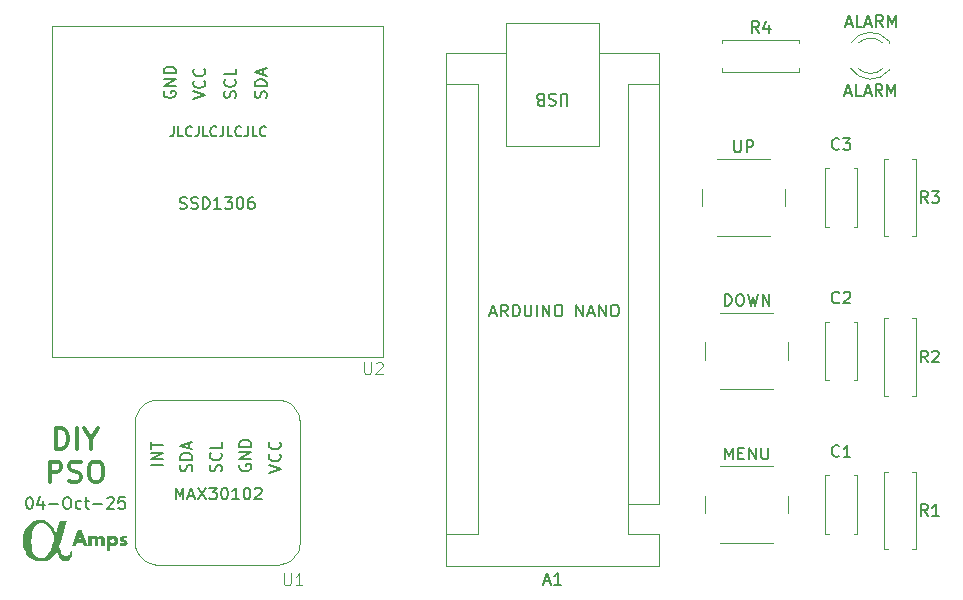
<source format=gto>
G04 #@! TF.GenerationSoftware,KiCad,Pcbnew,8.0.7*
G04 #@! TF.CreationDate,2025-10-04T20:43:22+01:00*
G04 #@! TF.ProjectId,PulseOximeter,50756c73-654f-4786-996d-657465722e6b,rev?*
G04 #@! TF.SameCoordinates,Original*
G04 #@! TF.FileFunction,Legend,Top*
G04 #@! TF.FilePolarity,Positive*
%FSLAX46Y46*%
G04 Gerber Fmt 4.6, Leading zero omitted, Abs format (unit mm)*
G04 Created by KiCad (PCBNEW 8.0.7) date 2025-10-04 20:43:22*
%MOMM*%
%LPD*%
G01*
G04 APERTURE LIST*
%ADD10C,0.200000*%
%ADD11C,0.300000*%
%ADD12C,0.152400*%
%ADD13C,0.100000*%
%ADD14C,0.150000*%
%ADD15C,0.120000*%
%ADD16C,0.000000*%
%ADD17C,2.100000*%
%ADD18R,1.524000X1.524000*%
%ADD19C,1.524000*%
%ADD20C,1.600000*%
%ADD21O,1.600000X1.600000*%
%ADD22C,2.000000*%
%ADD23R,1.800000X1.800000*%
%ADD24C,1.800000*%
%ADD25R,1.600000X1.600000*%
G04 APERTURE END LIST*
D10*
X102322054Y-92419600D02*
X102464911Y-92467219D01*
X102464911Y-92467219D02*
X102703006Y-92467219D01*
X102703006Y-92467219D02*
X102798244Y-92419600D01*
X102798244Y-92419600D02*
X102845863Y-92371980D01*
X102845863Y-92371980D02*
X102893482Y-92276742D01*
X102893482Y-92276742D02*
X102893482Y-92181504D01*
X102893482Y-92181504D02*
X102845863Y-92086266D01*
X102845863Y-92086266D02*
X102798244Y-92038647D01*
X102798244Y-92038647D02*
X102703006Y-91991028D01*
X102703006Y-91991028D02*
X102512530Y-91943409D01*
X102512530Y-91943409D02*
X102417292Y-91895790D01*
X102417292Y-91895790D02*
X102369673Y-91848171D01*
X102369673Y-91848171D02*
X102322054Y-91752933D01*
X102322054Y-91752933D02*
X102322054Y-91657695D01*
X102322054Y-91657695D02*
X102369673Y-91562457D01*
X102369673Y-91562457D02*
X102417292Y-91514838D01*
X102417292Y-91514838D02*
X102512530Y-91467219D01*
X102512530Y-91467219D02*
X102750625Y-91467219D01*
X102750625Y-91467219D02*
X102893482Y-91514838D01*
X103274435Y-92419600D02*
X103417292Y-92467219D01*
X103417292Y-92467219D02*
X103655387Y-92467219D01*
X103655387Y-92467219D02*
X103750625Y-92419600D01*
X103750625Y-92419600D02*
X103798244Y-92371980D01*
X103798244Y-92371980D02*
X103845863Y-92276742D01*
X103845863Y-92276742D02*
X103845863Y-92181504D01*
X103845863Y-92181504D02*
X103798244Y-92086266D01*
X103798244Y-92086266D02*
X103750625Y-92038647D01*
X103750625Y-92038647D02*
X103655387Y-91991028D01*
X103655387Y-91991028D02*
X103464911Y-91943409D01*
X103464911Y-91943409D02*
X103369673Y-91895790D01*
X103369673Y-91895790D02*
X103322054Y-91848171D01*
X103322054Y-91848171D02*
X103274435Y-91752933D01*
X103274435Y-91752933D02*
X103274435Y-91657695D01*
X103274435Y-91657695D02*
X103322054Y-91562457D01*
X103322054Y-91562457D02*
X103369673Y-91514838D01*
X103369673Y-91514838D02*
X103464911Y-91467219D01*
X103464911Y-91467219D02*
X103703006Y-91467219D01*
X103703006Y-91467219D02*
X103845863Y-91514838D01*
X104274435Y-92467219D02*
X104274435Y-91467219D01*
X104274435Y-91467219D02*
X104512530Y-91467219D01*
X104512530Y-91467219D02*
X104655387Y-91514838D01*
X104655387Y-91514838D02*
X104750625Y-91610076D01*
X104750625Y-91610076D02*
X104798244Y-91705314D01*
X104798244Y-91705314D02*
X104845863Y-91895790D01*
X104845863Y-91895790D02*
X104845863Y-92038647D01*
X104845863Y-92038647D02*
X104798244Y-92229123D01*
X104798244Y-92229123D02*
X104750625Y-92324361D01*
X104750625Y-92324361D02*
X104655387Y-92419600D01*
X104655387Y-92419600D02*
X104512530Y-92467219D01*
X104512530Y-92467219D02*
X104274435Y-92467219D01*
X105798244Y-92467219D02*
X105226816Y-92467219D01*
X105512530Y-92467219D02*
X105512530Y-91467219D01*
X105512530Y-91467219D02*
X105417292Y-91610076D01*
X105417292Y-91610076D02*
X105322054Y-91705314D01*
X105322054Y-91705314D02*
X105226816Y-91752933D01*
X106131578Y-91467219D02*
X106750625Y-91467219D01*
X106750625Y-91467219D02*
X106417292Y-91848171D01*
X106417292Y-91848171D02*
X106560149Y-91848171D01*
X106560149Y-91848171D02*
X106655387Y-91895790D01*
X106655387Y-91895790D02*
X106703006Y-91943409D01*
X106703006Y-91943409D02*
X106750625Y-92038647D01*
X106750625Y-92038647D02*
X106750625Y-92276742D01*
X106750625Y-92276742D02*
X106703006Y-92371980D01*
X106703006Y-92371980D02*
X106655387Y-92419600D01*
X106655387Y-92419600D02*
X106560149Y-92467219D01*
X106560149Y-92467219D02*
X106274435Y-92467219D01*
X106274435Y-92467219D02*
X106179197Y-92419600D01*
X106179197Y-92419600D02*
X106131578Y-92371980D01*
X107369673Y-91467219D02*
X107464911Y-91467219D01*
X107464911Y-91467219D02*
X107560149Y-91514838D01*
X107560149Y-91514838D02*
X107607768Y-91562457D01*
X107607768Y-91562457D02*
X107655387Y-91657695D01*
X107655387Y-91657695D02*
X107703006Y-91848171D01*
X107703006Y-91848171D02*
X107703006Y-92086266D01*
X107703006Y-92086266D02*
X107655387Y-92276742D01*
X107655387Y-92276742D02*
X107607768Y-92371980D01*
X107607768Y-92371980D02*
X107560149Y-92419600D01*
X107560149Y-92419600D02*
X107464911Y-92467219D01*
X107464911Y-92467219D02*
X107369673Y-92467219D01*
X107369673Y-92467219D02*
X107274435Y-92419600D01*
X107274435Y-92419600D02*
X107226816Y-92371980D01*
X107226816Y-92371980D02*
X107179197Y-92276742D01*
X107179197Y-92276742D02*
X107131578Y-92086266D01*
X107131578Y-92086266D02*
X107131578Y-91848171D01*
X107131578Y-91848171D02*
X107179197Y-91657695D01*
X107179197Y-91657695D02*
X107226816Y-91562457D01*
X107226816Y-91562457D02*
X107274435Y-91514838D01*
X107274435Y-91514838D02*
X107369673Y-91467219D01*
X108560149Y-91467219D02*
X108369673Y-91467219D01*
X108369673Y-91467219D02*
X108274435Y-91514838D01*
X108274435Y-91514838D02*
X108226816Y-91562457D01*
X108226816Y-91562457D02*
X108131578Y-91705314D01*
X108131578Y-91705314D02*
X108083959Y-91895790D01*
X108083959Y-91895790D02*
X108083959Y-92276742D01*
X108083959Y-92276742D02*
X108131578Y-92371980D01*
X108131578Y-92371980D02*
X108179197Y-92419600D01*
X108179197Y-92419600D02*
X108274435Y-92467219D01*
X108274435Y-92467219D02*
X108464911Y-92467219D01*
X108464911Y-92467219D02*
X108560149Y-92419600D01*
X108560149Y-92419600D02*
X108607768Y-92371980D01*
X108607768Y-92371980D02*
X108655387Y-92276742D01*
X108655387Y-92276742D02*
X108655387Y-92038647D01*
X108655387Y-92038647D02*
X108607768Y-91943409D01*
X108607768Y-91943409D02*
X108560149Y-91895790D01*
X108560149Y-91895790D02*
X108464911Y-91848171D01*
X108464911Y-91848171D02*
X108274435Y-91848171D01*
X108274435Y-91848171D02*
X108179197Y-91895790D01*
X108179197Y-91895790D02*
X108131578Y-91943409D01*
X108131578Y-91943409D02*
X108083959Y-92038647D01*
X148469673Y-113667219D02*
X148469673Y-112667219D01*
X148469673Y-112667219D02*
X148803006Y-113381504D01*
X148803006Y-113381504D02*
X149136339Y-112667219D01*
X149136339Y-112667219D02*
X149136339Y-113667219D01*
X149612530Y-113143409D02*
X149945863Y-113143409D01*
X150088720Y-113667219D02*
X149612530Y-113667219D01*
X149612530Y-113667219D02*
X149612530Y-112667219D01*
X149612530Y-112667219D02*
X150088720Y-112667219D01*
X150517292Y-113667219D02*
X150517292Y-112667219D01*
X150517292Y-112667219D02*
X151088720Y-113667219D01*
X151088720Y-113667219D02*
X151088720Y-112667219D01*
X151564911Y-112667219D02*
X151564911Y-113476742D01*
X151564911Y-113476742D02*
X151612530Y-113571980D01*
X151612530Y-113571980D02*
X151660149Y-113619600D01*
X151660149Y-113619600D02*
X151755387Y-113667219D01*
X151755387Y-113667219D02*
X151945863Y-113667219D01*
X151945863Y-113667219D02*
X152041101Y-113619600D01*
X152041101Y-113619600D02*
X152088720Y-113571980D01*
X152088720Y-113571980D02*
X152136339Y-113476742D01*
X152136339Y-113476742D02*
X152136339Y-112667219D01*
X149269673Y-86667219D02*
X149269673Y-87476742D01*
X149269673Y-87476742D02*
X149317292Y-87571980D01*
X149317292Y-87571980D02*
X149364911Y-87619600D01*
X149364911Y-87619600D02*
X149460149Y-87667219D01*
X149460149Y-87667219D02*
X149650625Y-87667219D01*
X149650625Y-87667219D02*
X149745863Y-87619600D01*
X149745863Y-87619600D02*
X149793482Y-87571980D01*
X149793482Y-87571980D02*
X149841101Y-87476742D01*
X149841101Y-87476742D02*
X149841101Y-86667219D01*
X150317292Y-87667219D02*
X150317292Y-86667219D01*
X150317292Y-86667219D02*
X150698244Y-86667219D01*
X150698244Y-86667219D02*
X150793482Y-86714838D01*
X150793482Y-86714838D02*
X150841101Y-86762457D01*
X150841101Y-86762457D02*
X150888720Y-86857695D01*
X150888720Y-86857695D02*
X150888720Y-87000552D01*
X150888720Y-87000552D02*
X150841101Y-87095790D01*
X150841101Y-87095790D02*
X150793482Y-87143409D01*
X150793482Y-87143409D02*
X150698244Y-87191028D01*
X150698244Y-87191028D02*
X150317292Y-87191028D01*
X158141101Y-113371980D02*
X158093482Y-113419600D01*
X158093482Y-113419600D02*
X157950625Y-113467219D01*
X157950625Y-113467219D02*
X157855387Y-113467219D01*
X157855387Y-113467219D02*
X157712530Y-113419600D01*
X157712530Y-113419600D02*
X157617292Y-113324361D01*
X157617292Y-113324361D02*
X157569673Y-113229123D01*
X157569673Y-113229123D02*
X157522054Y-113038647D01*
X157522054Y-113038647D02*
X157522054Y-112895790D01*
X157522054Y-112895790D02*
X157569673Y-112705314D01*
X157569673Y-112705314D02*
X157617292Y-112610076D01*
X157617292Y-112610076D02*
X157712530Y-112514838D01*
X157712530Y-112514838D02*
X157855387Y-112467219D01*
X157855387Y-112467219D02*
X157950625Y-112467219D01*
X157950625Y-112467219D02*
X158093482Y-112514838D01*
X158093482Y-112514838D02*
X158141101Y-112562457D01*
X159093482Y-113467219D02*
X158522054Y-113467219D01*
X158807768Y-113467219D02*
X158807768Y-112467219D01*
X158807768Y-112467219D02*
X158712530Y-112610076D01*
X158712530Y-112610076D02*
X158617292Y-112705314D01*
X158617292Y-112705314D02*
X158522054Y-112752933D01*
X89547619Y-116852219D02*
X89642857Y-116852219D01*
X89642857Y-116852219D02*
X89738095Y-116899838D01*
X89738095Y-116899838D02*
X89785714Y-116947457D01*
X89785714Y-116947457D02*
X89833333Y-117042695D01*
X89833333Y-117042695D02*
X89880952Y-117233171D01*
X89880952Y-117233171D02*
X89880952Y-117471266D01*
X89880952Y-117471266D02*
X89833333Y-117661742D01*
X89833333Y-117661742D02*
X89785714Y-117756980D01*
X89785714Y-117756980D02*
X89738095Y-117804600D01*
X89738095Y-117804600D02*
X89642857Y-117852219D01*
X89642857Y-117852219D02*
X89547619Y-117852219D01*
X89547619Y-117852219D02*
X89452381Y-117804600D01*
X89452381Y-117804600D02*
X89404762Y-117756980D01*
X89404762Y-117756980D02*
X89357143Y-117661742D01*
X89357143Y-117661742D02*
X89309524Y-117471266D01*
X89309524Y-117471266D02*
X89309524Y-117233171D01*
X89309524Y-117233171D02*
X89357143Y-117042695D01*
X89357143Y-117042695D02*
X89404762Y-116947457D01*
X89404762Y-116947457D02*
X89452381Y-116899838D01*
X89452381Y-116899838D02*
X89547619Y-116852219D01*
X90738095Y-117185552D02*
X90738095Y-117852219D01*
X90500000Y-116804600D02*
X90261905Y-117518885D01*
X90261905Y-117518885D02*
X90880952Y-117518885D01*
X91261905Y-117471266D02*
X92023810Y-117471266D01*
X92690476Y-116852219D02*
X92880952Y-116852219D01*
X92880952Y-116852219D02*
X92976190Y-116899838D01*
X92976190Y-116899838D02*
X93071428Y-116995076D01*
X93071428Y-116995076D02*
X93119047Y-117185552D01*
X93119047Y-117185552D02*
X93119047Y-117518885D01*
X93119047Y-117518885D02*
X93071428Y-117709361D01*
X93071428Y-117709361D02*
X92976190Y-117804600D01*
X92976190Y-117804600D02*
X92880952Y-117852219D01*
X92880952Y-117852219D02*
X92690476Y-117852219D01*
X92690476Y-117852219D02*
X92595238Y-117804600D01*
X92595238Y-117804600D02*
X92500000Y-117709361D01*
X92500000Y-117709361D02*
X92452381Y-117518885D01*
X92452381Y-117518885D02*
X92452381Y-117185552D01*
X92452381Y-117185552D02*
X92500000Y-116995076D01*
X92500000Y-116995076D02*
X92595238Y-116899838D01*
X92595238Y-116899838D02*
X92690476Y-116852219D01*
X93976190Y-117804600D02*
X93880952Y-117852219D01*
X93880952Y-117852219D02*
X93690476Y-117852219D01*
X93690476Y-117852219D02*
X93595238Y-117804600D01*
X93595238Y-117804600D02*
X93547619Y-117756980D01*
X93547619Y-117756980D02*
X93500000Y-117661742D01*
X93500000Y-117661742D02*
X93500000Y-117376028D01*
X93500000Y-117376028D02*
X93547619Y-117280790D01*
X93547619Y-117280790D02*
X93595238Y-117233171D01*
X93595238Y-117233171D02*
X93690476Y-117185552D01*
X93690476Y-117185552D02*
X93880952Y-117185552D01*
X93880952Y-117185552D02*
X93976190Y-117233171D01*
X94261905Y-117185552D02*
X94642857Y-117185552D01*
X94404762Y-116852219D02*
X94404762Y-117709361D01*
X94404762Y-117709361D02*
X94452381Y-117804600D01*
X94452381Y-117804600D02*
X94547619Y-117852219D01*
X94547619Y-117852219D02*
X94642857Y-117852219D01*
X94976191Y-117471266D02*
X95738096Y-117471266D01*
X96166667Y-116947457D02*
X96214286Y-116899838D01*
X96214286Y-116899838D02*
X96309524Y-116852219D01*
X96309524Y-116852219D02*
X96547619Y-116852219D01*
X96547619Y-116852219D02*
X96642857Y-116899838D01*
X96642857Y-116899838D02*
X96690476Y-116947457D01*
X96690476Y-116947457D02*
X96738095Y-117042695D01*
X96738095Y-117042695D02*
X96738095Y-117137933D01*
X96738095Y-117137933D02*
X96690476Y-117280790D01*
X96690476Y-117280790D02*
X96119048Y-117852219D01*
X96119048Y-117852219D02*
X96738095Y-117852219D01*
X97642857Y-116852219D02*
X97166667Y-116852219D01*
X97166667Y-116852219D02*
X97119048Y-117328409D01*
X97119048Y-117328409D02*
X97166667Y-117280790D01*
X97166667Y-117280790D02*
X97261905Y-117233171D01*
X97261905Y-117233171D02*
X97500000Y-117233171D01*
X97500000Y-117233171D02*
X97595238Y-117280790D01*
X97595238Y-117280790D02*
X97642857Y-117328409D01*
X97642857Y-117328409D02*
X97690476Y-117423647D01*
X97690476Y-117423647D02*
X97690476Y-117661742D01*
X97690476Y-117661742D02*
X97642857Y-117756980D01*
X97642857Y-117756980D02*
X97595238Y-117804600D01*
X97595238Y-117804600D02*
X97500000Y-117852219D01*
X97500000Y-117852219D02*
X97261905Y-117852219D01*
X97261905Y-117852219D02*
X97166667Y-117804600D01*
X97166667Y-117804600D02*
X97119048Y-117756980D01*
X148469673Y-100667219D02*
X148469673Y-99667219D01*
X148469673Y-99667219D02*
X148707768Y-99667219D01*
X148707768Y-99667219D02*
X148850625Y-99714838D01*
X148850625Y-99714838D02*
X148945863Y-99810076D01*
X148945863Y-99810076D02*
X148993482Y-99905314D01*
X148993482Y-99905314D02*
X149041101Y-100095790D01*
X149041101Y-100095790D02*
X149041101Y-100238647D01*
X149041101Y-100238647D02*
X148993482Y-100429123D01*
X148993482Y-100429123D02*
X148945863Y-100524361D01*
X148945863Y-100524361D02*
X148850625Y-100619600D01*
X148850625Y-100619600D02*
X148707768Y-100667219D01*
X148707768Y-100667219D02*
X148469673Y-100667219D01*
X149660149Y-99667219D02*
X149850625Y-99667219D01*
X149850625Y-99667219D02*
X149945863Y-99714838D01*
X149945863Y-99714838D02*
X150041101Y-99810076D01*
X150041101Y-99810076D02*
X150088720Y-100000552D01*
X150088720Y-100000552D02*
X150088720Y-100333885D01*
X150088720Y-100333885D02*
X150041101Y-100524361D01*
X150041101Y-100524361D02*
X149945863Y-100619600D01*
X149945863Y-100619600D02*
X149850625Y-100667219D01*
X149850625Y-100667219D02*
X149660149Y-100667219D01*
X149660149Y-100667219D02*
X149564911Y-100619600D01*
X149564911Y-100619600D02*
X149469673Y-100524361D01*
X149469673Y-100524361D02*
X149422054Y-100333885D01*
X149422054Y-100333885D02*
X149422054Y-100000552D01*
X149422054Y-100000552D02*
X149469673Y-99810076D01*
X149469673Y-99810076D02*
X149564911Y-99714838D01*
X149564911Y-99714838D02*
X149660149Y-99667219D01*
X150422054Y-99667219D02*
X150660149Y-100667219D01*
X150660149Y-100667219D02*
X150850625Y-99952933D01*
X150850625Y-99952933D02*
X151041101Y-100667219D01*
X151041101Y-100667219D02*
X151279197Y-99667219D01*
X151660149Y-100667219D02*
X151660149Y-99667219D01*
X151660149Y-99667219D02*
X152231577Y-100667219D01*
X152231577Y-100667219D02*
X152231577Y-99667219D01*
X151341101Y-77567219D02*
X151007768Y-77091028D01*
X150769673Y-77567219D02*
X150769673Y-76567219D01*
X150769673Y-76567219D02*
X151150625Y-76567219D01*
X151150625Y-76567219D02*
X151245863Y-76614838D01*
X151245863Y-76614838D02*
X151293482Y-76662457D01*
X151293482Y-76662457D02*
X151341101Y-76757695D01*
X151341101Y-76757695D02*
X151341101Y-76900552D01*
X151341101Y-76900552D02*
X151293482Y-76995790D01*
X151293482Y-76995790D02*
X151245863Y-77043409D01*
X151245863Y-77043409D02*
X151150625Y-77091028D01*
X151150625Y-77091028D02*
X150769673Y-77091028D01*
X152198244Y-76900552D02*
X152198244Y-77567219D01*
X151960149Y-76519600D02*
X151722054Y-77233885D01*
X151722054Y-77233885D02*
X152341101Y-77233885D01*
X165641101Y-91967219D02*
X165307768Y-91491028D01*
X165069673Y-91967219D02*
X165069673Y-90967219D01*
X165069673Y-90967219D02*
X165450625Y-90967219D01*
X165450625Y-90967219D02*
X165545863Y-91014838D01*
X165545863Y-91014838D02*
X165593482Y-91062457D01*
X165593482Y-91062457D02*
X165641101Y-91157695D01*
X165641101Y-91157695D02*
X165641101Y-91300552D01*
X165641101Y-91300552D02*
X165593482Y-91395790D01*
X165593482Y-91395790D02*
X165545863Y-91443409D01*
X165545863Y-91443409D02*
X165450625Y-91491028D01*
X165450625Y-91491028D02*
X165069673Y-91491028D01*
X165974435Y-90967219D02*
X166593482Y-90967219D01*
X166593482Y-90967219D02*
X166260149Y-91348171D01*
X166260149Y-91348171D02*
X166403006Y-91348171D01*
X166403006Y-91348171D02*
X166498244Y-91395790D01*
X166498244Y-91395790D02*
X166545863Y-91443409D01*
X166545863Y-91443409D02*
X166593482Y-91538647D01*
X166593482Y-91538647D02*
X166593482Y-91776742D01*
X166593482Y-91776742D02*
X166545863Y-91871980D01*
X166545863Y-91871980D02*
X166498244Y-91919600D01*
X166498244Y-91919600D02*
X166403006Y-91967219D01*
X166403006Y-91967219D02*
X166117292Y-91967219D01*
X166117292Y-91967219D02*
X166022054Y-91919600D01*
X166022054Y-91919600D02*
X165974435Y-91871980D01*
D11*
X91875000Y-112785283D02*
X91875000Y-111035283D01*
X91875000Y-111035283D02*
X92291667Y-111035283D01*
X92291667Y-111035283D02*
X92541667Y-111118616D01*
X92541667Y-111118616D02*
X92708334Y-111285283D01*
X92708334Y-111285283D02*
X92791667Y-111451950D01*
X92791667Y-111451950D02*
X92875000Y-111785283D01*
X92875000Y-111785283D02*
X92875000Y-112035283D01*
X92875000Y-112035283D02*
X92791667Y-112368616D01*
X92791667Y-112368616D02*
X92708334Y-112535283D01*
X92708334Y-112535283D02*
X92541667Y-112701950D01*
X92541667Y-112701950D02*
X92291667Y-112785283D01*
X92291667Y-112785283D02*
X91875000Y-112785283D01*
X93625000Y-112785283D02*
X93625000Y-111035283D01*
X94791667Y-111951950D02*
X94791667Y-112785283D01*
X94208333Y-111035283D02*
X94791667Y-111951950D01*
X94791667Y-111951950D02*
X95375000Y-111035283D01*
X91291666Y-115602685D02*
X91291666Y-113852685D01*
X91291666Y-113852685D02*
X91958333Y-113852685D01*
X91958333Y-113852685D02*
X92125000Y-113936018D01*
X92125000Y-113936018D02*
X92208333Y-114019352D01*
X92208333Y-114019352D02*
X92291666Y-114186018D01*
X92291666Y-114186018D02*
X92291666Y-114436018D01*
X92291666Y-114436018D02*
X92208333Y-114602685D01*
X92208333Y-114602685D02*
X92125000Y-114686018D01*
X92125000Y-114686018D02*
X91958333Y-114769352D01*
X91958333Y-114769352D02*
X91291666Y-114769352D01*
X92958333Y-115519352D02*
X93208333Y-115602685D01*
X93208333Y-115602685D02*
X93625000Y-115602685D01*
X93625000Y-115602685D02*
X93791666Y-115519352D01*
X93791666Y-115519352D02*
X93875000Y-115436018D01*
X93875000Y-115436018D02*
X93958333Y-115269352D01*
X93958333Y-115269352D02*
X93958333Y-115102685D01*
X93958333Y-115102685D02*
X93875000Y-114936018D01*
X93875000Y-114936018D02*
X93791666Y-114852685D01*
X93791666Y-114852685D02*
X93625000Y-114769352D01*
X93625000Y-114769352D02*
X93291666Y-114686018D01*
X93291666Y-114686018D02*
X93125000Y-114602685D01*
X93125000Y-114602685D02*
X93041666Y-114519352D01*
X93041666Y-114519352D02*
X92958333Y-114352685D01*
X92958333Y-114352685D02*
X92958333Y-114186018D01*
X92958333Y-114186018D02*
X93041666Y-114019352D01*
X93041666Y-114019352D02*
X93125000Y-113936018D01*
X93125000Y-113936018D02*
X93291666Y-113852685D01*
X93291666Y-113852685D02*
X93708333Y-113852685D01*
X93708333Y-113852685D02*
X93958333Y-113936018D01*
X95041667Y-113852685D02*
X95375000Y-113852685D01*
X95375000Y-113852685D02*
X95541667Y-113936018D01*
X95541667Y-113936018D02*
X95708333Y-114102685D01*
X95708333Y-114102685D02*
X95791667Y-114436018D01*
X95791667Y-114436018D02*
X95791667Y-115019352D01*
X95791667Y-115019352D02*
X95708333Y-115352685D01*
X95708333Y-115352685D02*
X95541667Y-115519352D01*
X95541667Y-115519352D02*
X95375000Y-115602685D01*
X95375000Y-115602685D02*
X95041667Y-115602685D01*
X95041667Y-115602685D02*
X94875000Y-115519352D01*
X94875000Y-115519352D02*
X94708333Y-115352685D01*
X94708333Y-115352685D02*
X94625000Y-115019352D01*
X94625000Y-115019352D02*
X94625000Y-114436018D01*
X94625000Y-114436018D02*
X94708333Y-114102685D01*
X94708333Y-114102685D02*
X94875000Y-113936018D01*
X94875000Y-113936018D02*
X95041667Y-113852685D01*
D10*
X165641101Y-105467219D02*
X165307768Y-104991028D01*
X165069673Y-105467219D02*
X165069673Y-104467219D01*
X165069673Y-104467219D02*
X165450625Y-104467219D01*
X165450625Y-104467219D02*
X165545863Y-104514838D01*
X165545863Y-104514838D02*
X165593482Y-104562457D01*
X165593482Y-104562457D02*
X165641101Y-104657695D01*
X165641101Y-104657695D02*
X165641101Y-104800552D01*
X165641101Y-104800552D02*
X165593482Y-104895790D01*
X165593482Y-104895790D02*
X165545863Y-104943409D01*
X165545863Y-104943409D02*
X165450625Y-104991028D01*
X165450625Y-104991028D02*
X165069673Y-104991028D01*
X166022054Y-104562457D02*
X166069673Y-104514838D01*
X166069673Y-104514838D02*
X166164911Y-104467219D01*
X166164911Y-104467219D02*
X166403006Y-104467219D01*
X166403006Y-104467219D02*
X166498244Y-104514838D01*
X166498244Y-104514838D02*
X166545863Y-104562457D01*
X166545863Y-104562457D02*
X166593482Y-104657695D01*
X166593482Y-104657695D02*
X166593482Y-104752933D01*
X166593482Y-104752933D02*
X166545863Y-104895790D01*
X166545863Y-104895790D02*
X165974435Y-105467219D01*
X165974435Y-105467219D02*
X166593482Y-105467219D01*
X128622054Y-101281504D02*
X129098244Y-101281504D01*
X128526816Y-101567219D02*
X128860149Y-100567219D01*
X128860149Y-100567219D02*
X129193482Y-101567219D01*
X130098244Y-101567219D02*
X129764911Y-101091028D01*
X129526816Y-101567219D02*
X129526816Y-100567219D01*
X129526816Y-100567219D02*
X129907768Y-100567219D01*
X129907768Y-100567219D02*
X130003006Y-100614838D01*
X130003006Y-100614838D02*
X130050625Y-100662457D01*
X130050625Y-100662457D02*
X130098244Y-100757695D01*
X130098244Y-100757695D02*
X130098244Y-100900552D01*
X130098244Y-100900552D02*
X130050625Y-100995790D01*
X130050625Y-100995790D02*
X130003006Y-101043409D01*
X130003006Y-101043409D02*
X129907768Y-101091028D01*
X129907768Y-101091028D02*
X129526816Y-101091028D01*
X130526816Y-101567219D02*
X130526816Y-100567219D01*
X130526816Y-100567219D02*
X130764911Y-100567219D01*
X130764911Y-100567219D02*
X130907768Y-100614838D01*
X130907768Y-100614838D02*
X131003006Y-100710076D01*
X131003006Y-100710076D02*
X131050625Y-100805314D01*
X131050625Y-100805314D02*
X131098244Y-100995790D01*
X131098244Y-100995790D02*
X131098244Y-101138647D01*
X131098244Y-101138647D02*
X131050625Y-101329123D01*
X131050625Y-101329123D02*
X131003006Y-101424361D01*
X131003006Y-101424361D02*
X130907768Y-101519600D01*
X130907768Y-101519600D02*
X130764911Y-101567219D01*
X130764911Y-101567219D02*
X130526816Y-101567219D01*
X131526816Y-100567219D02*
X131526816Y-101376742D01*
X131526816Y-101376742D02*
X131574435Y-101471980D01*
X131574435Y-101471980D02*
X131622054Y-101519600D01*
X131622054Y-101519600D02*
X131717292Y-101567219D01*
X131717292Y-101567219D02*
X131907768Y-101567219D01*
X131907768Y-101567219D02*
X132003006Y-101519600D01*
X132003006Y-101519600D02*
X132050625Y-101471980D01*
X132050625Y-101471980D02*
X132098244Y-101376742D01*
X132098244Y-101376742D02*
X132098244Y-100567219D01*
X132574435Y-101567219D02*
X132574435Y-100567219D01*
X133050625Y-101567219D02*
X133050625Y-100567219D01*
X133050625Y-100567219D02*
X133622053Y-101567219D01*
X133622053Y-101567219D02*
X133622053Y-100567219D01*
X134288720Y-100567219D02*
X134479196Y-100567219D01*
X134479196Y-100567219D02*
X134574434Y-100614838D01*
X134574434Y-100614838D02*
X134669672Y-100710076D01*
X134669672Y-100710076D02*
X134717291Y-100900552D01*
X134717291Y-100900552D02*
X134717291Y-101233885D01*
X134717291Y-101233885D02*
X134669672Y-101424361D01*
X134669672Y-101424361D02*
X134574434Y-101519600D01*
X134574434Y-101519600D02*
X134479196Y-101567219D01*
X134479196Y-101567219D02*
X134288720Y-101567219D01*
X134288720Y-101567219D02*
X134193482Y-101519600D01*
X134193482Y-101519600D02*
X134098244Y-101424361D01*
X134098244Y-101424361D02*
X134050625Y-101233885D01*
X134050625Y-101233885D02*
X134050625Y-100900552D01*
X134050625Y-100900552D02*
X134098244Y-100710076D01*
X134098244Y-100710076D02*
X134193482Y-100614838D01*
X134193482Y-100614838D02*
X134288720Y-100567219D01*
X135907768Y-101567219D02*
X135907768Y-100567219D01*
X135907768Y-100567219D02*
X136479196Y-101567219D01*
X136479196Y-101567219D02*
X136479196Y-100567219D01*
X136907768Y-101281504D02*
X137383958Y-101281504D01*
X136812530Y-101567219D02*
X137145863Y-100567219D01*
X137145863Y-100567219D02*
X137479196Y-101567219D01*
X137812530Y-101567219D02*
X137812530Y-100567219D01*
X137812530Y-100567219D02*
X138383958Y-101567219D01*
X138383958Y-101567219D02*
X138383958Y-100567219D01*
X139050625Y-100567219D02*
X139241101Y-100567219D01*
X139241101Y-100567219D02*
X139336339Y-100614838D01*
X139336339Y-100614838D02*
X139431577Y-100710076D01*
X139431577Y-100710076D02*
X139479196Y-100900552D01*
X139479196Y-100900552D02*
X139479196Y-101233885D01*
X139479196Y-101233885D02*
X139431577Y-101424361D01*
X139431577Y-101424361D02*
X139336339Y-101519600D01*
X139336339Y-101519600D02*
X139241101Y-101567219D01*
X139241101Y-101567219D02*
X139050625Y-101567219D01*
X139050625Y-101567219D02*
X138955387Y-101519600D01*
X138955387Y-101519600D02*
X138860149Y-101424361D01*
X138860149Y-101424361D02*
X138812530Y-101233885D01*
X138812530Y-101233885D02*
X138812530Y-100900552D01*
X138812530Y-100900552D02*
X138860149Y-100710076D01*
X138860149Y-100710076D02*
X138955387Y-100614838D01*
X138955387Y-100614838D02*
X139050625Y-100567219D01*
X158141101Y-100371980D02*
X158093482Y-100419600D01*
X158093482Y-100419600D02*
X157950625Y-100467219D01*
X157950625Y-100467219D02*
X157855387Y-100467219D01*
X157855387Y-100467219D02*
X157712530Y-100419600D01*
X157712530Y-100419600D02*
X157617292Y-100324361D01*
X157617292Y-100324361D02*
X157569673Y-100229123D01*
X157569673Y-100229123D02*
X157522054Y-100038647D01*
X157522054Y-100038647D02*
X157522054Y-99895790D01*
X157522054Y-99895790D02*
X157569673Y-99705314D01*
X157569673Y-99705314D02*
X157617292Y-99610076D01*
X157617292Y-99610076D02*
X157712530Y-99514838D01*
X157712530Y-99514838D02*
X157855387Y-99467219D01*
X157855387Y-99467219D02*
X157950625Y-99467219D01*
X157950625Y-99467219D02*
X158093482Y-99514838D01*
X158093482Y-99514838D02*
X158141101Y-99562457D01*
X158522054Y-99562457D02*
X158569673Y-99514838D01*
X158569673Y-99514838D02*
X158664911Y-99467219D01*
X158664911Y-99467219D02*
X158903006Y-99467219D01*
X158903006Y-99467219D02*
X158998244Y-99514838D01*
X158998244Y-99514838D02*
X159045863Y-99562457D01*
X159045863Y-99562457D02*
X159093482Y-99657695D01*
X159093482Y-99657695D02*
X159093482Y-99752933D01*
X159093482Y-99752933D02*
X159045863Y-99895790D01*
X159045863Y-99895790D02*
X158474435Y-100467219D01*
X158474435Y-100467219D02*
X159093482Y-100467219D01*
D12*
X101826015Y-85479803D02*
X101826015Y-86060375D01*
X101826015Y-86060375D02*
X101787310Y-86176489D01*
X101787310Y-86176489D02*
X101709901Y-86253899D01*
X101709901Y-86253899D02*
X101593786Y-86292603D01*
X101593786Y-86292603D02*
X101516377Y-86292603D01*
X102600110Y-86292603D02*
X102213062Y-86292603D01*
X102213062Y-86292603D02*
X102213062Y-85479803D01*
X103335500Y-86215194D02*
X103296796Y-86253899D01*
X103296796Y-86253899D02*
X103180681Y-86292603D01*
X103180681Y-86292603D02*
X103103272Y-86292603D01*
X103103272Y-86292603D02*
X102987158Y-86253899D01*
X102987158Y-86253899D02*
X102909748Y-86176489D01*
X102909748Y-86176489D02*
X102871043Y-86099079D01*
X102871043Y-86099079D02*
X102832339Y-85944260D01*
X102832339Y-85944260D02*
X102832339Y-85828146D01*
X102832339Y-85828146D02*
X102871043Y-85673327D01*
X102871043Y-85673327D02*
X102909748Y-85595918D01*
X102909748Y-85595918D02*
X102987158Y-85518508D01*
X102987158Y-85518508D02*
X103103272Y-85479803D01*
X103103272Y-85479803D02*
X103180681Y-85479803D01*
X103180681Y-85479803D02*
X103296796Y-85518508D01*
X103296796Y-85518508D02*
X103335500Y-85557213D01*
X103916072Y-85479803D02*
X103916072Y-86060375D01*
X103916072Y-86060375D02*
X103877367Y-86176489D01*
X103877367Y-86176489D02*
X103799958Y-86253899D01*
X103799958Y-86253899D02*
X103683843Y-86292603D01*
X103683843Y-86292603D02*
X103606434Y-86292603D01*
X104690167Y-86292603D02*
X104303119Y-86292603D01*
X104303119Y-86292603D02*
X104303119Y-85479803D01*
X105425557Y-86215194D02*
X105386853Y-86253899D01*
X105386853Y-86253899D02*
X105270738Y-86292603D01*
X105270738Y-86292603D02*
X105193329Y-86292603D01*
X105193329Y-86292603D02*
X105077215Y-86253899D01*
X105077215Y-86253899D02*
X104999805Y-86176489D01*
X104999805Y-86176489D02*
X104961100Y-86099079D01*
X104961100Y-86099079D02*
X104922396Y-85944260D01*
X104922396Y-85944260D02*
X104922396Y-85828146D01*
X104922396Y-85828146D02*
X104961100Y-85673327D01*
X104961100Y-85673327D02*
X104999805Y-85595918D01*
X104999805Y-85595918D02*
X105077215Y-85518508D01*
X105077215Y-85518508D02*
X105193329Y-85479803D01*
X105193329Y-85479803D02*
X105270738Y-85479803D01*
X105270738Y-85479803D02*
X105386853Y-85518508D01*
X105386853Y-85518508D02*
X105425557Y-85557213D01*
X106006129Y-85479803D02*
X106006129Y-86060375D01*
X106006129Y-86060375D02*
X105967424Y-86176489D01*
X105967424Y-86176489D02*
X105890015Y-86253899D01*
X105890015Y-86253899D02*
X105773900Y-86292603D01*
X105773900Y-86292603D02*
X105696491Y-86292603D01*
X106780224Y-86292603D02*
X106393176Y-86292603D01*
X106393176Y-86292603D02*
X106393176Y-85479803D01*
X107515614Y-86215194D02*
X107476910Y-86253899D01*
X107476910Y-86253899D02*
X107360795Y-86292603D01*
X107360795Y-86292603D02*
X107283386Y-86292603D01*
X107283386Y-86292603D02*
X107167272Y-86253899D01*
X107167272Y-86253899D02*
X107089862Y-86176489D01*
X107089862Y-86176489D02*
X107051157Y-86099079D01*
X107051157Y-86099079D02*
X107012453Y-85944260D01*
X107012453Y-85944260D02*
X107012453Y-85828146D01*
X107012453Y-85828146D02*
X107051157Y-85673327D01*
X107051157Y-85673327D02*
X107089862Y-85595918D01*
X107089862Y-85595918D02*
X107167272Y-85518508D01*
X107167272Y-85518508D02*
X107283386Y-85479803D01*
X107283386Y-85479803D02*
X107360795Y-85479803D01*
X107360795Y-85479803D02*
X107476910Y-85518508D01*
X107476910Y-85518508D02*
X107515614Y-85557213D01*
X108096186Y-85479803D02*
X108096186Y-86060375D01*
X108096186Y-86060375D02*
X108057481Y-86176489D01*
X108057481Y-86176489D02*
X107980072Y-86253899D01*
X107980072Y-86253899D02*
X107863957Y-86292603D01*
X107863957Y-86292603D02*
X107786548Y-86292603D01*
X108870281Y-86292603D02*
X108483233Y-86292603D01*
X108483233Y-86292603D02*
X108483233Y-85479803D01*
X109605671Y-86215194D02*
X109566967Y-86253899D01*
X109566967Y-86253899D02*
X109450852Y-86292603D01*
X109450852Y-86292603D02*
X109373443Y-86292603D01*
X109373443Y-86292603D02*
X109257329Y-86253899D01*
X109257329Y-86253899D02*
X109179919Y-86176489D01*
X109179919Y-86176489D02*
X109141214Y-86099079D01*
X109141214Y-86099079D02*
X109102510Y-85944260D01*
X109102510Y-85944260D02*
X109102510Y-85828146D01*
X109102510Y-85828146D02*
X109141214Y-85673327D01*
X109141214Y-85673327D02*
X109179919Y-85595918D01*
X109179919Y-85595918D02*
X109257329Y-85518508D01*
X109257329Y-85518508D02*
X109373443Y-85479803D01*
X109373443Y-85479803D02*
X109450852Y-85479803D01*
X109450852Y-85479803D02*
X109566967Y-85518508D01*
X109566967Y-85518508D02*
X109605671Y-85557213D01*
D10*
X158141101Y-87371980D02*
X158093482Y-87419600D01*
X158093482Y-87419600D02*
X157950625Y-87467219D01*
X157950625Y-87467219D02*
X157855387Y-87467219D01*
X157855387Y-87467219D02*
X157712530Y-87419600D01*
X157712530Y-87419600D02*
X157617292Y-87324361D01*
X157617292Y-87324361D02*
X157569673Y-87229123D01*
X157569673Y-87229123D02*
X157522054Y-87038647D01*
X157522054Y-87038647D02*
X157522054Y-86895790D01*
X157522054Y-86895790D02*
X157569673Y-86705314D01*
X157569673Y-86705314D02*
X157617292Y-86610076D01*
X157617292Y-86610076D02*
X157712530Y-86514838D01*
X157712530Y-86514838D02*
X157855387Y-86467219D01*
X157855387Y-86467219D02*
X157950625Y-86467219D01*
X157950625Y-86467219D02*
X158093482Y-86514838D01*
X158093482Y-86514838D02*
X158141101Y-86562457D01*
X158474435Y-86467219D02*
X159093482Y-86467219D01*
X159093482Y-86467219D02*
X158760149Y-86848171D01*
X158760149Y-86848171D02*
X158903006Y-86848171D01*
X158903006Y-86848171D02*
X158998244Y-86895790D01*
X158998244Y-86895790D02*
X159045863Y-86943409D01*
X159045863Y-86943409D02*
X159093482Y-87038647D01*
X159093482Y-87038647D02*
X159093482Y-87276742D01*
X159093482Y-87276742D02*
X159045863Y-87371980D01*
X159045863Y-87371980D02*
X158998244Y-87419600D01*
X158998244Y-87419600D02*
X158903006Y-87467219D01*
X158903006Y-87467219D02*
X158617292Y-87467219D01*
X158617292Y-87467219D02*
X158522054Y-87419600D01*
X158522054Y-87419600D02*
X158474435Y-87371980D01*
X101969673Y-117067219D02*
X101969673Y-116067219D01*
X101969673Y-116067219D02*
X102303006Y-116781504D01*
X102303006Y-116781504D02*
X102636339Y-116067219D01*
X102636339Y-116067219D02*
X102636339Y-117067219D01*
X103064911Y-116781504D02*
X103541101Y-116781504D01*
X102969673Y-117067219D02*
X103303006Y-116067219D01*
X103303006Y-116067219D02*
X103636339Y-117067219D01*
X103874435Y-116067219D02*
X104541101Y-117067219D01*
X104541101Y-116067219D02*
X103874435Y-117067219D01*
X104826816Y-116067219D02*
X105445863Y-116067219D01*
X105445863Y-116067219D02*
X105112530Y-116448171D01*
X105112530Y-116448171D02*
X105255387Y-116448171D01*
X105255387Y-116448171D02*
X105350625Y-116495790D01*
X105350625Y-116495790D02*
X105398244Y-116543409D01*
X105398244Y-116543409D02*
X105445863Y-116638647D01*
X105445863Y-116638647D02*
X105445863Y-116876742D01*
X105445863Y-116876742D02*
X105398244Y-116971980D01*
X105398244Y-116971980D02*
X105350625Y-117019600D01*
X105350625Y-117019600D02*
X105255387Y-117067219D01*
X105255387Y-117067219D02*
X104969673Y-117067219D01*
X104969673Y-117067219D02*
X104874435Y-117019600D01*
X104874435Y-117019600D02*
X104826816Y-116971980D01*
X106064911Y-116067219D02*
X106160149Y-116067219D01*
X106160149Y-116067219D02*
X106255387Y-116114838D01*
X106255387Y-116114838D02*
X106303006Y-116162457D01*
X106303006Y-116162457D02*
X106350625Y-116257695D01*
X106350625Y-116257695D02*
X106398244Y-116448171D01*
X106398244Y-116448171D02*
X106398244Y-116686266D01*
X106398244Y-116686266D02*
X106350625Y-116876742D01*
X106350625Y-116876742D02*
X106303006Y-116971980D01*
X106303006Y-116971980D02*
X106255387Y-117019600D01*
X106255387Y-117019600D02*
X106160149Y-117067219D01*
X106160149Y-117067219D02*
X106064911Y-117067219D01*
X106064911Y-117067219D02*
X105969673Y-117019600D01*
X105969673Y-117019600D02*
X105922054Y-116971980D01*
X105922054Y-116971980D02*
X105874435Y-116876742D01*
X105874435Y-116876742D02*
X105826816Y-116686266D01*
X105826816Y-116686266D02*
X105826816Y-116448171D01*
X105826816Y-116448171D02*
X105874435Y-116257695D01*
X105874435Y-116257695D02*
X105922054Y-116162457D01*
X105922054Y-116162457D02*
X105969673Y-116114838D01*
X105969673Y-116114838D02*
X106064911Y-116067219D01*
X107350625Y-117067219D02*
X106779197Y-117067219D01*
X107064911Y-117067219D02*
X107064911Y-116067219D01*
X107064911Y-116067219D02*
X106969673Y-116210076D01*
X106969673Y-116210076D02*
X106874435Y-116305314D01*
X106874435Y-116305314D02*
X106779197Y-116352933D01*
X107969673Y-116067219D02*
X108064911Y-116067219D01*
X108064911Y-116067219D02*
X108160149Y-116114838D01*
X108160149Y-116114838D02*
X108207768Y-116162457D01*
X108207768Y-116162457D02*
X108255387Y-116257695D01*
X108255387Y-116257695D02*
X108303006Y-116448171D01*
X108303006Y-116448171D02*
X108303006Y-116686266D01*
X108303006Y-116686266D02*
X108255387Y-116876742D01*
X108255387Y-116876742D02*
X108207768Y-116971980D01*
X108207768Y-116971980D02*
X108160149Y-117019600D01*
X108160149Y-117019600D02*
X108064911Y-117067219D01*
X108064911Y-117067219D02*
X107969673Y-117067219D01*
X107969673Y-117067219D02*
X107874435Y-117019600D01*
X107874435Y-117019600D02*
X107826816Y-116971980D01*
X107826816Y-116971980D02*
X107779197Y-116876742D01*
X107779197Y-116876742D02*
X107731578Y-116686266D01*
X107731578Y-116686266D02*
X107731578Y-116448171D01*
X107731578Y-116448171D02*
X107779197Y-116257695D01*
X107779197Y-116257695D02*
X107826816Y-116162457D01*
X107826816Y-116162457D02*
X107874435Y-116114838D01*
X107874435Y-116114838D02*
X107969673Y-116067219D01*
X108683959Y-116162457D02*
X108731578Y-116114838D01*
X108731578Y-116114838D02*
X108826816Y-116067219D01*
X108826816Y-116067219D02*
X109064911Y-116067219D01*
X109064911Y-116067219D02*
X109160149Y-116114838D01*
X109160149Y-116114838D02*
X109207768Y-116162457D01*
X109207768Y-116162457D02*
X109255387Y-116257695D01*
X109255387Y-116257695D02*
X109255387Y-116352933D01*
X109255387Y-116352933D02*
X109207768Y-116495790D01*
X109207768Y-116495790D02*
X108636340Y-117067219D01*
X108636340Y-117067219D02*
X109255387Y-117067219D01*
X165641101Y-118467219D02*
X165307768Y-117991028D01*
X165069673Y-118467219D02*
X165069673Y-117467219D01*
X165069673Y-117467219D02*
X165450625Y-117467219D01*
X165450625Y-117467219D02*
X165545863Y-117514838D01*
X165545863Y-117514838D02*
X165593482Y-117562457D01*
X165593482Y-117562457D02*
X165641101Y-117657695D01*
X165641101Y-117657695D02*
X165641101Y-117800552D01*
X165641101Y-117800552D02*
X165593482Y-117895790D01*
X165593482Y-117895790D02*
X165545863Y-117943409D01*
X165545863Y-117943409D02*
X165450625Y-117991028D01*
X165450625Y-117991028D02*
X165069673Y-117991028D01*
X166593482Y-118467219D02*
X166022054Y-118467219D01*
X166307768Y-118467219D02*
X166307768Y-117467219D01*
X166307768Y-117467219D02*
X166212530Y-117610076D01*
X166212530Y-117610076D02*
X166117292Y-117705314D01*
X166117292Y-117705314D02*
X166022054Y-117752933D01*
X158722054Y-76781504D02*
X159198244Y-76781504D01*
X158626816Y-77067219D02*
X158960149Y-76067219D01*
X158960149Y-76067219D02*
X159293482Y-77067219D01*
X160103006Y-77067219D02*
X159626816Y-77067219D01*
X159626816Y-77067219D02*
X159626816Y-76067219D01*
X160388721Y-76781504D02*
X160864911Y-76781504D01*
X160293483Y-77067219D02*
X160626816Y-76067219D01*
X160626816Y-76067219D02*
X160960149Y-77067219D01*
X161864911Y-77067219D02*
X161531578Y-76591028D01*
X161293483Y-77067219D02*
X161293483Y-76067219D01*
X161293483Y-76067219D02*
X161674435Y-76067219D01*
X161674435Y-76067219D02*
X161769673Y-76114838D01*
X161769673Y-76114838D02*
X161817292Y-76162457D01*
X161817292Y-76162457D02*
X161864911Y-76257695D01*
X161864911Y-76257695D02*
X161864911Y-76400552D01*
X161864911Y-76400552D02*
X161817292Y-76495790D01*
X161817292Y-76495790D02*
X161769673Y-76543409D01*
X161769673Y-76543409D02*
X161674435Y-76591028D01*
X161674435Y-76591028D02*
X161293483Y-76591028D01*
X162293483Y-77067219D02*
X162293483Y-76067219D01*
X162293483Y-76067219D02*
X162626816Y-76781504D01*
X162626816Y-76781504D02*
X162960149Y-76067219D01*
X162960149Y-76067219D02*
X162960149Y-77067219D01*
D13*
X111138095Y-123317419D02*
X111138095Y-124126942D01*
X111138095Y-124126942D02*
X111185714Y-124222180D01*
X111185714Y-124222180D02*
X111233333Y-124269800D01*
X111233333Y-124269800D02*
X111328571Y-124317419D01*
X111328571Y-124317419D02*
X111519047Y-124317419D01*
X111519047Y-124317419D02*
X111614285Y-124269800D01*
X111614285Y-124269800D02*
X111661904Y-124222180D01*
X111661904Y-124222180D02*
X111709523Y-124126942D01*
X111709523Y-124126942D02*
X111709523Y-123317419D01*
X112709523Y-124317419D02*
X112138095Y-124317419D01*
X112423809Y-124317419D02*
X112423809Y-123317419D01*
X112423809Y-123317419D02*
X112328571Y-123460276D01*
X112328571Y-123460276D02*
X112233333Y-123555514D01*
X112233333Y-123555514D02*
X112138095Y-123603133D01*
D10*
X109867219Y-114783183D02*
X110867219Y-114449850D01*
X110867219Y-114449850D02*
X109867219Y-114116517D01*
X110771980Y-113211755D02*
X110819600Y-113259374D01*
X110819600Y-113259374D02*
X110867219Y-113402231D01*
X110867219Y-113402231D02*
X110867219Y-113497469D01*
X110867219Y-113497469D02*
X110819600Y-113640326D01*
X110819600Y-113640326D02*
X110724361Y-113735564D01*
X110724361Y-113735564D02*
X110629123Y-113783183D01*
X110629123Y-113783183D02*
X110438647Y-113830802D01*
X110438647Y-113830802D02*
X110295790Y-113830802D01*
X110295790Y-113830802D02*
X110105314Y-113783183D01*
X110105314Y-113783183D02*
X110010076Y-113735564D01*
X110010076Y-113735564D02*
X109914838Y-113640326D01*
X109914838Y-113640326D02*
X109867219Y-113497469D01*
X109867219Y-113497469D02*
X109867219Y-113402231D01*
X109867219Y-113402231D02*
X109914838Y-113259374D01*
X109914838Y-113259374D02*
X109962457Y-113211755D01*
X110771980Y-112211755D02*
X110819600Y-112259374D01*
X110819600Y-112259374D02*
X110867219Y-112402231D01*
X110867219Y-112402231D02*
X110867219Y-112497469D01*
X110867219Y-112497469D02*
X110819600Y-112640326D01*
X110819600Y-112640326D02*
X110724361Y-112735564D01*
X110724361Y-112735564D02*
X110629123Y-112783183D01*
X110629123Y-112783183D02*
X110438647Y-112830802D01*
X110438647Y-112830802D02*
X110295790Y-112830802D01*
X110295790Y-112830802D02*
X110105314Y-112783183D01*
X110105314Y-112783183D02*
X110010076Y-112735564D01*
X110010076Y-112735564D02*
X109914838Y-112640326D01*
X109914838Y-112640326D02*
X109867219Y-112497469D01*
X109867219Y-112497469D02*
X109867219Y-112402231D01*
X109867219Y-112402231D02*
X109914838Y-112259374D01*
X109914838Y-112259374D02*
X109962457Y-112211755D01*
X100867219Y-114140326D02*
X99867219Y-114140326D01*
X100867219Y-113664136D02*
X99867219Y-113664136D01*
X99867219Y-113664136D02*
X100867219Y-113092708D01*
X100867219Y-113092708D02*
X99867219Y-113092708D01*
X99867219Y-112759374D02*
X99867219Y-112187946D01*
X100867219Y-112473660D02*
X99867219Y-112473660D01*
X105819600Y-114687945D02*
X105867219Y-114545088D01*
X105867219Y-114545088D02*
X105867219Y-114306993D01*
X105867219Y-114306993D02*
X105819600Y-114211755D01*
X105819600Y-114211755D02*
X105771980Y-114164136D01*
X105771980Y-114164136D02*
X105676742Y-114116517D01*
X105676742Y-114116517D02*
X105581504Y-114116517D01*
X105581504Y-114116517D02*
X105486266Y-114164136D01*
X105486266Y-114164136D02*
X105438647Y-114211755D01*
X105438647Y-114211755D02*
X105391028Y-114306993D01*
X105391028Y-114306993D02*
X105343409Y-114497469D01*
X105343409Y-114497469D02*
X105295790Y-114592707D01*
X105295790Y-114592707D02*
X105248171Y-114640326D01*
X105248171Y-114640326D02*
X105152933Y-114687945D01*
X105152933Y-114687945D02*
X105057695Y-114687945D01*
X105057695Y-114687945D02*
X104962457Y-114640326D01*
X104962457Y-114640326D02*
X104914838Y-114592707D01*
X104914838Y-114592707D02*
X104867219Y-114497469D01*
X104867219Y-114497469D02*
X104867219Y-114259374D01*
X104867219Y-114259374D02*
X104914838Y-114116517D01*
X105771980Y-113116517D02*
X105819600Y-113164136D01*
X105819600Y-113164136D02*
X105867219Y-113306993D01*
X105867219Y-113306993D02*
X105867219Y-113402231D01*
X105867219Y-113402231D02*
X105819600Y-113545088D01*
X105819600Y-113545088D02*
X105724361Y-113640326D01*
X105724361Y-113640326D02*
X105629123Y-113687945D01*
X105629123Y-113687945D02*
X105438647Y-113735564D01*
X105438647Y-113735564D02*
X105295790Y-113735564D01*
X105295790Y-113735564D02*
X105105314Y-113687945D01*
X105105314Y-113687945D02*
X105010076Y-113640326D01*
X105010076Y-113640326D02*
X104914838Y-113545088D01*
X104914838Y-113545088D02*
X104867219Y-113402231D01*
X104867219Y-113402231D02*
X104867219Y-113306993D01*
X104867219Y-113306993D02*
X104914838Y-113164136D01*
X104914838Y-113164136D02*
X104962457Y-113116517D01*
X105867219Y-112211755D02*
X105867219Y-112687945D01*
X105867219Y-112687945D02*
X104867219Y-112687945D01*
X107414838Y-114116517D02*
X107367219Y-114211755D01*
X107367219Y-114211755D02*
X107367219Y-114354612D01*
X107367219Y-114354612D02*
X107414838Y-114497469D01*
X107414838Y-114497469D02*
X107510076Y-114592707D01*
X107510076Y-114592707D02*
X107605314Y-114640326D01*
X107605314Y-114640326D02*
X107795790Y-114687945D01*
X107795790Y-114687945D02*
X107938647Y-114687945D01*
X107938647Y-114687945D02*
X108129123Y-114640326D01*
X108129123Y-114640326D02*
X108224361Y-114592707D01*
X108224361Y-114592707D02*
X108319600Y-114497469D01*
X108319600Y-114497469D02*
X108367219Y-114354612D01*
X108367219Y-114354612D02*
X108367219Y-114259374D01*
X108367219Y-114259374D02*
X108319600Y-114116517D01*
X108319600Y-114116517D02*
X108271980Y-114068898D01*
X108271980Y-114068898D02*
X107938647Y-114068898D01*
X107938647Y-114068898D02*
X107938647Y-114259374D01*
X108367219Y-113640326D02*
X107367219Y-113640326D01*
X107367219Y-113640326D02*
X108367219Y-113068898D01*
X108367219Y-113068898D02*
X107367219Y-113068898D01*
X108367219Y-112592707D02*
X107367219Y-112592707D01*
X107367219Y-112592707D02*
X107367219Y-112354612D01*
X107367219Y-112354612D02*
X107414838Y-112211755D01*
X107414838Y-112211755D02*
X107510076Y-112116517D01*
X107510076Y-112116517D02*
X107605314Y-112068898D01*
X107605314Y-112068898D02*
X107795790Y-112021279D01*
X107795790Y-112021279D02*
X107938647Y-112021279D01*
X107938647Y-112021279D02*
X108129123Y-112068898D01*
X108129123Y-112068898D02*
X108224361Y-112116517D01*
X108224361Y-112116517D02*
X108319600Y-112211755D01*
X108319600Y-112211755D02*
X108367219Y-112354612D01*
X108367219Y-112354612D02*
X108367219Y-112592707D01*
X103319600Y-114687945D02*
X103367219Y-114545088D01*
X103367219Y-114545088D02*
X103367219Y-114306993D01*
X103367219Y-114306993D02*
X103319600Y-114211755D01*
X103319600Y-114211755D02*
X103271980Y-114164136D01*
X103271980Y-114164136D02*
X103176742Y-114116517D01*
X103176742Y-114116517D02*
X103081504Y-114116517D01*
X103081504Y-114116517D02*
X102986266Y-114164136D01*
X102986266Y-114164136D02*
X102938647Y-114211755D01*
X102938647Y-114211755D02*
X102891028Y-114306993D01*
X102891028Y-114306993D02*
X102843409Y-114497469D01*
X102843409Y-114497469D02*
X102795790Y-114592707D01*
X102795790Y-114592707D02*
X102748171Y-114640326D01*
X102748171Y-114640326D02*
X102652933Y-114687945D01*
X102652933Y-114687945D02*
X102557695Y-114687945D01*
X102557695Y-114687945D02*
X102462457Y-114640326D01*
X102462457Y-114640326D02*
X102414838Y-114592707D01*
X102414838Y-114592707D02*
X102367219Y-114497469D01*
X102367219Y-114497469D02*
X102367219Y-114259374D01*
X102367219Y-114259374D02*
X102414838Y-114116517D01*
X103367219Y-113687945D02*
X102367219Y-113687945D01*
X102367219Y-113687945D02*
X102367219Y-113449850D01*
X102367219Y-113449850D02*
X102414838Y-113306993D01*
X102414838Y-113306993D02*
X102510076Y-113211755D01*
X102510076Y-113211755D02*
X102605314Y-113164136D01*
X102605314Y-113164136D02*
X102795790Y-113116517D01*
X102795790Y-113116517D02*
X102938647Y-113116517D01*
X102938647Y-113116517D02*
X103129123Y-113164136D01*
X103129123Y-113164136D02*
X103224361Y-113211755D01*
X103224361Y-113211755D02*
X103319600Y-113306993D01*
X103319600Y-113306993D02*
X103367219Y-113449850D01*
X103367219Y-113449850D02*
X103367219Y-113687945D01*
X103081504Y-112735564D02*
X103081504Y-112259374D01*
X103367219Y-112830802D02*
X102367219Y-112497469D01*
X102367219Y-112497469D02*
X103367219Y-112164136D01*
D13*
X117938095Y-105457419D02*
X117938095Y-106266942D01*
X117938095Y-106266942D02*
X117985714Y-106362180D01*
X117985714Y-106362180D02*
X118033333Y-106409800D01*
X118033333Y-106409800D02*
X118128571Y-106457419D01*
X118128571Y-106457419D02*
X118319047Y-106457419D01*
X118319047Y-106457419D02*
X118414285Y-106409800D01*
X118414285Y-106409800D02*
X118461904Y-106362180D01*
X118461904Y-106362180D02*
X118509523Y-106266942D01*
X118509523Y-106266942D02*
X118509523Y-105457419D01*
X118938095Y-105552657D02*
X118985714Y-105505038D01*
X118985714Y-105505038D02*
X119080952Y-105457419D01*
X119080952Y-105457419D02*
X119319047Y-105457419D01*
X119319047Y-105457419D02*
X119414285Y-105505038D01*
X119414285Y-105505038D02*
X119461904Y-105552657D01*
X119461904Y-105552657D02*
X119509523Y-105647895D01*
X119509523Y-105647895D02*
X119509523Y-105743133D01*
X119509523Y-105743133D02*
X119461904Y-105885990D01*
X119461904Y-105885990D02*
X118890476Y-106457419D01*
X118890476Y-106457419D02*
X119509523Y-106457419D01*
D10*
X101014838Y-82506517D02*
X100967219Y-82601755D01*
X100967219Y-82601755D02*
X100967219Y-82744612D01*
X100967219Y-82744612D02*
X101014838Y-82887469D01*
X101014838Y-82887469D02*
X101110076Y-82982707D01*
X101110076Y-82982707D02*
X101205314Y-83030326D01*
X101205314Y-83030326D02*
X101395790Y-83077945D01*
X101395790Y-83077945D02*
X101538647Y-83077945D01*
X101538647Y-83077945D02*
X101729123Y-83030326D01*
X101729123Y-83030326D02*
X101824361Y-82982707D01*
X101824361Y-82982707D02*
X101919600Y-82887469D01*
X101919600Y-82887469D02*
X101967219Y-82744612D01*
X101967219Y-82744612D02*
X101967219Y-82649374D01*
X101967219Y-82649374D02*
X101919600Y-82506517D01*
X101919600Y-82506517D02*
X101871980Y-82458898D01*
X101871980Y-82458898D02*
X101538647Y-82458898D01*
X101538647Y-82458898D02*
X101538647Y-82649374D01*
X101967219Y-82030326D02*
X100967219Y-82030326D01*
X100967219Y-82030326D02*
X101967219Y-81458898D01*
X101967219Y-81458898D02*
X100967219Y-81458898D01*
X101967219Y-80982707D02*
X100967219Y-80982707D01*
X100967219Y-80982707D02*
X100967219Y-80744612D01*
X100967219Y-80744612D02*
X101014838Y-80601755D01*
X101014838Y-80601755D02*
X101110076Y-80506517D01*
X101110076Y-80506517D02*
X101205314Y-80458898D01*
X101205314Y-80458898D02*
X101395790Y-80411279D01*
X101395790Y-80411279D02*
X101538647Y-80411279D01*
X101538647Y-80411279D02*
X101729123Y-80458898D01*
X101729123Y-80458898D02*
X101824361Y-80506517D01*
X101824361Y-80506517D02*
X101919600Y-80601755D01*
X101919600Y-80601755D02*
X101967219Y-80744612D01*
X101967219Y-80744612D02*
X101967219Y-80982707D01*
X103467219Y-83173183D02*
X104467219Y-82839850D01*
X104467219Y-82839850D02*
X103467219Y-82506517D01*
X104371980Y-81601755D02*
X104419600Y-81649374D01*
X104419600Y-81649374D02*
X104467219Y-81792231D01*
X104467219Y-81792231D02*
X104467219Y-81887469D01*
X104467219Y-81887469D02*
X104419600Y-82030326D01*
X104419600Y-82030326D02*
X104324361Y-82125564D01*
X104324361Y-82125564D02*
X104229123Y-82173183D01*
X104229123Y-82173183D02*
X104038647Y-82220802D01*
X104038647Y-82220802D02*
X103895790Y-82220802D01*
X103895790Y-82220802D02*
X103705314Y-82173183D01*
X103705314Y-82173183D02*
X103610076Y-82125564D01*
X103610076Y-82125564D02*
X103514838Y-82030326D01*
X103514838Y-82030326D02*
X103467219Y-81887469D01*
X103467219Y-81887469D02*
X103467219Y-81792231D01*
X103467219Y-81792231D02*
X103514838Y-81649374D01*
X103514838Y-81649374D02*
X103562457Y-81601755D01*
X104371980Y-80601755D02*
X104419600Y-80649374D01*
X104419600Y-80649374D02*
X104467219Y-80792231D01*
X104467219Y-80792231D02*
X104467219Y-80887469D01*
X104467219Y-80887469D02*
X104419600Y-81030326D01*
X104419600Y-81030326D02*
X104324361Y-81125564D01*
X104324361Y-81125564D02*
X104229123Y-81173183D01*
X104229123Y-81173183D02*
X104038647Y-81220802D01*
X104038647Y-81220802D02*
X103895790Y-81220802D01*
X103895790Y-81220802D02*
X103705314Y-81173183D01*
X103705314Y-81173183D02*
X103610076Y-81125564D01*
X103610076Y-81125564D02*
X103514838Y-81030326D01*
X103514838Y-81030326D02*
X103467219Y-80887469D01*
X103467219Y-80887469D02*
X103467219Y-80792231D01*
X103467219Y-80792231D02*
X103514838Y-80649374D01*
X103514838Y-80649374D02*
X103562457Y-80601755D01*
X109619600Y-83077945D02*
X109667219Y-82935088D01*
X109667219Y-82935088D02*
X109667219Y-82696993D01*
X109667219Y-82696993D02*
X109619600Y-82601755D01*
X109619600Y-82601755D02*
X109571980Y-82554136D01*
X109571980Y-82554136D02*
X109476742Y-82506517D01*
X109476742Y-82506517D02*
X109381504Y-82506517D01*
X109381504Y-82506517D02*
X109286266Y-82554136D01*
X109286266Y-82554136D02*
X109238647Y-82601755D01*
X109238647Y-82601755D02*
X109191028Y-82696993D01*
X109191028Y-82696993D02*
X109143409Y-82887469D01*
X109143409Y-82887469D02*
X109095790Y-82982707D01*
X109095790Y-82982707D02*
X109048171Y-83030326D01*
X109048171Y-83030326D02*
X108952933Y-83077945D01*
X108952933Y-83077945D02*
X108857695Y-83077945D01*
X108857695Y-83077945D02*
X108762457Y-83030326D01*
X108762457Y-83030326D02*
X108714838Y-82982707D01*
X108714838Y-82982707D02*
X108667219Y-82887469D01*
X108667219Y-82887469D02*
X108667219Y-82649374D01*
X108667219Y-82649374D02*
X108714838Y-82506517D01*
X109667219Y-82077945D02*
X108667219Y-82077945D01*
X108667219Y-82077945D02*
X108667219Y-81839850D01*
X108667219Y-81839850D02*
X108714838Y-81696993D01*
X108714838Y-81696993D02*
X108810076Y-81601755D01*
X108810076Y-81601755D02*
X108905314Y-81554136D01*
X108905314Y-81554136D02*
X109095790Y-81506517D01*
X109095790Y-81506517D02*
X109238647Y-81506517D01*
X109238647Y-81506517D02*
X109429123Y-81554136D01*
X109429123Y-81554136D02*
X109524361Y-81601755D01*
X109524361Y-81601755D02*
X109619600Y-81696993D01*
X109619600Y-81696993D02*
X109667219Y-81839850D01*
X109667219Y-81839850D02*
X109667219Y-82077945D01*
X109381504Y-81125564D02*
X109381504Y-80649374D01*
X109667219Y-81220802D02*
X108667219Y-80887469D01*
X108667219Y-80887469D02*
X109667219Y-80554136D01*
X107019600Y-83077945D02*
X107067219Y-82935088D01*
X107067219Y-82935088D02*
X107067219Y-82696993D01*
X107067219Y-82696993D02*
X107019600Y-82601755D01*
X107019600Y-82601755D02*
X106971980Y-82554136D01*
X106971980Y-82554136D02*
X106876742Y-82506517D01*
X106876742Y-82506517D02*
X106781504Y-82506517D01*
X106781504Y-82506517D02*
X106686266Y-82554136D01*
X106686266Y-82554136D02*
X106638647Y-82601755D01*
X106638647Y-82601755D02*
X106591028Y-82696993D01*
X106591028Y-82696993D02*
X106543409Y-82887469D01*
X106543409Y-82887469D02*
X106495790Y-82982707D01*
X106495790Y-82982707D02*
X106448171Y-83030326D01*
X106448171Y-83030326D02*
X106352933Y-83077945D01*
X106352933Y-83077945D02*
X106257695Y-83077945D01*
X106257695Y-83077945D02*
X106162457Y-83030326D01*
X106162457Y-83030326D02*
X106114838Y-82982707D01*
X106114838Y-82982707D02*
X106067219Y-82887469D01*
X106067219Y-82887469D02*
X106067219Y-82649374D01*
X106067219Y-82649374D02*
X106114838Y-82506517D01*
X106971980Y-81506517D02*
X107019600Y-81554136D01*
X107019600Y-81554136D02*
X107067219Y-81696993D01*
X107067219Y-81696993D02*
X107067219Y-81792231D01*
X107067219Y-81792231D02*
X107019600Y-81935088D01*
X107019600Y-81935088D02*
X106924361Y-82030326D01*
X106924361Y-82030326D02*
X106829123Y-82077945D01*
X106829123Y-82077945D02*
X106638647Y-82125564D01*
X106638647Y-82125564D02*
X106495790Y-82125564D01*
X106495790Y-82125564D02*
X106305314Y-82077945D01*
X106305314Y-82077945D02*
X106210076Y-82030326D01*
X106210076Y-82030326D02*
X106114838Y-81935088D01*
X106114838Y-81935088D02*
X106067219Y-81792231D01*
X106067219Y-81792231D02*
X106067219Y-81696993D01*
X106067219Y-81696993D02*
X106114838Y-81554136D01*
X106114838Y-81554136D02*
X106162457Y-81506517D01*
X107067219Y-80601755D02*
X107067219Y-81077945D01*
X107067219Y-81077945D02*
X106067219Y-81077945D01*
D14*
X158667143Y-82629104D02*
X159143333Y-82629104D01*
X158571905Y-82914819D02*
X158905238Y-81914819D01*
X158905238Y-81914819D02*
X159238571Y-82914819D01*
X160048095Y-82914819D02*
X159571905Y-82914819D01*
X159571905Y-82914819D02*
X159571905Y-81914819D01*
X160333810Y-82629104D02*
X160810000Y-82629104D01*
X160238572Y-82914819D02*
X160571905Y-81914819D01*
X160571905Y-81914819D02*
X160905238Y-82914819D01*
X161810000Y-82914819D02*
X161476667Y-82438628D01*
X161238572Y-82914819D02*
X161238572Y-81914819D01*
X161238572Y-81914819D02*
X161619524Y-81914819D01*
X161619524Y-81914819D02*
X161714762Y-81962438D01*
X161714762Y-81962438D02*
X161762381Y-82010057D01*
X161762381Y-82010057D02*
X161810000Y-82105295D01*
X161810000Y-82105295D02*
X161810000Y-82248152D01*
X161810000Y-82248152D02*
X161762381Y-82343390D01*
X161762381Y-82343390D02*
X161714762Y-82391009D01*
X161714762Y-82391009D02*
X161619524Y-82438628D01*
X161619524Y-82438628D02*
X161238572Y-82438628D01*
X162238572Y-82914819D02*
X162238572Y-81914819D01*
X162238572Y-81914819D02*
X162571905Y-82629104D01*
X162571905Y-82629104D02*
X162905238Y-81914819D01*
X162905238Y-81914819D02*
X162905238Y-82914819D01*
X133165714Y-123989104D02*
X133641904Y-123989104D01*
X133070476Y-124274819D02*
X133403809Y-123274819D01*
X133403809Y-123274819D02*
X133737142Y-124274819D01*
X134594285Y-124274819D02*
X134022857Y-124274819D01*
X134308571Y-124274819D02*
X134308571Y-123274819D01*
X134308571Y-123274819D02*
X134213333Y-123417676D01*
X134213333Y-123417676D02*
X134118095Y-123512914D01*
X134118095Y-123512914D02*
X134022857Y-123560533D01*
X135141904Y-83725180D02*
X135141904Y-82915657D01*
X135141904Y-82915657D02*
X135094285Y-82820419D01*
X135094285Y-82820419D02*
X135046666Y-82772800D01*
X135046666Y-82772800D02*
X134951428Y-82725180D01*
X134951428Y-82725180D02*
X134760952Y-82725180D01*
X134760952Y-82725180D02*
X134665714Y-82772800D01*
X134665714Y-82772800D02*
X134618095Y-82820419D01*
X134618095Y-82820419D02*
X134570476Y-82915657D01*
X134570476Y-82915657D02*
X134570476Y-83725180D01*
X134141904Y-82772800D02*
X133999047Y-82725180D01*
X133999047Y-82725180D02*
X133760952Y-82725180D01*
X133760952Y-82725180D02*
X133665714Y-82772800D01*
X133665714Y-82772800D02*
X133618095Y-82820419D01*
X133618095Y-82820419D02*
X133570476Y-82915657D01*
X133570476Y-82915657D02*
X133570476Y-83010895D01*
X133570476Y-83010895D02*
X133618095Y-83106133D01*
X133618095Y-83106133D02*
X133665714Y-83153752D01*
X133665714Y-83153752D02*
X133760952Y-83201371D01*
X133760952Y-83201371D02*
X133951428Y-83248990D01*
X133951428Y-83248990D02*
X134046666Y-83296609D01*
X134046666Y-83296609D02*
X134094285Y-83344228D01*
X134094285Y-83344228D02*
X134141904Y-83439466D01*
X134141904Y-83439466D02*
X134141904Y-83534704D01*
X134141904Y-83534704D02*
X134094285Y-83629942D01*
X134094285Y-83629942D02*
X134046666Y-83677561D01*
X134046666Y-83677561D02*
X133951428Y-83725180D01*
X133951428Y-83725180D02*
X133713333Y-83725180D01*
X133713333Y-83725180D02*
X133570476Y-83677561D01*
X132808571Y-83248990D02*
X132665714Y-83201371D01*
X132665714Y-83201371D02*
X132618095Y-83153752D01*
X132618095Y-83153752D02*
X132570476Y-83058514D01*
X132570476Y-83058514D02*
X132570476Y-82915657D01*
X132570476Y-82915657D02*
X132618095Y-82820419D01*
X132618095Y-82820419D02*
X132665714Y-82772800D01*
X132665714Y-82772800D02*
X132760952Y-82725180D01*
X132760952Y-82725180D02*
X133141904Y-82725180D01*
X133141904Y-82725180D02*
X133141904Y-83725180D01*
X133141904Y-83725180D02*
X132808571Y-83725180D01*
X132808571Y-83725180D02*
X132713333Y-83677561D01*
X132713333Y-83677561D02*
X132665714Y-83629942D01*
X132665714Y-83629942D02*
X132618095Y-83534704D01*
X132618095Y-83534704D02*
X132618095Y-83439466D01*
X132618095Y-83439466D02*
X132665714Y-83344228D01*
X132665714Y-83344228D02*
X132713333Y-83296609D01*
X132713333Y-83296609D02*
X132808571Y-83248990D01*
X132808571Y-83248990D02*
X133141904Y-83248990D01*
D13*
X98500000Y-110610000D02*
X98500000Y-120610000D01*
X98500000Y-120610000D02*
X98502361Y-120752874D01*
X98502361Y-110467126D02*
X98500000Y-110610000D01*
X98502361Y-120752874D02*
X98543027Y-121035713D01*
X98543027Y-110184287D02*
X98502361Y-110467126D01*
X98543027Y-121035713D02*
X98623532Y-121309887D01*
X98623532Y-109910113D02*
X98543027Y-110184287D01*
X98623532Y-121309887D02*
X98742236Y-121569812D01*
X98742236Y-109650188D02*
X98623532Y-109910113D01*
X98742236Y-121569812D02*
X98896723Y-121810199D01*
X98896723Y-109409801D02*
X98742236Y-109650188D01*
X98896723Y-121810199D02*
X99083848Y-122026152D01*
X99083848Y-109193848D02*
X98896723Y-109409801D01*
X99083848Y-122026152D02*
X99299801Y-122213277D01*
X99299801Y-109006723D02*
X99083848Y-109193848D01*
X99299801Y-122213277D02*
X99540188Y-122367764D01*
X99540188Y-108852236D02*
X99299801Y-109006723D01*
X99540188Y-122367764D02*
X99800113Y-122486468D01*
X99800113Y-108733532D02*
X99540188Y-108852236D01*
X99800113Y-122486468D02*
X100074287Y-122566973D01*
X100074287Y-108653027D02*
X99800113Y-108733532D01*
X100074287Y-122566973D02*
X100357126Y-122607639D01*
X100357126Y-108612361D02*
X100074287Y-108653027D01*
X100357126Y-122607639D02*
X100500000Y-122610000D01*
X100500000Y-108610000D02*
X100357126Y-108612361D01*
X100500000Y-122610000D02*
X110500000Y-122610000D01*
X110500000Y-108610000D02*
X100500000Y-108610000D01*
X110500000Y-122610000D02*
X110642865Y-122607516D01*
X110642865Y-108612484D02*
X110500000Y-108610000D01*
X110642865Y-122607516D02*
X110925687Y-122566852D01*
X110925687Y-108653148D02*
X110642865Y-108612484D01*
X110925687Y-122566852D02*
X111199843Y-122486353D01*
X111199843Y-108733647D02*
X110925687Y-108653148D01*
X111199843Y-122486353D02*
X111459753Y-122367656D01*
X111459753Y-108852344D02*
X111199843Y-108733647D01*
X111459753Y-122367656D02*
X111700125Y-122213179D01*
X111700125Y-109006821D02*
X111459753Y-108852344D01*
X111700125Y-122213179D02*
X111916065Y-122026065D01*
X111916065Y-109193935D02*
X111700125Y-109006821D01*
X111916065Y-122026065D02*
X112103179Y-121810125D01*
X112103179Y-109409875D02*
X111916065Y-109193935D01*
X112103179Y-121810125D02*
X112257656Y-121569753D01*
X112257656Y-109650247D02*
X112103179Y-109409875D01*
X112257656Y-121569753D02*
X112376353Y-121309843D01*
X112376353Y-109910157D02*
X112257656Y-109650247D01*
X112376353Y-121309843D02*
X112456852Y-121035687D01*
X112456852Y-110184313D02*
X112376353Y-109910157D01*
X112456852Y-121035687D02*
X112497516Y-120752865D01*
X112497516Y-110467135D02*
X112456852Y-110184313D01*
X112497516Y-120752865D02*
X112500000Y-120610000D01*
X112500000Y-110610000D02*
X112497516Y-110467135D01*
X112500000Y-120610000D02*
X112500000Y-110610000D01*
D15*
X161940000Y-88230000D02*
X161940000Y-94770000D01*
X161940000Y-94770000D02*
X162270000Y-94770000D01*
X162270000Y-88230000D02*
X161940000Y-88230000D01*
X164350000Y-88230000D02*
X164680000Y-88230000D01*
X164680000Y-88230000D02*
X164680000Y-94770000D01*
X164680000Y-94770000D02*
X164350000Y-94770000D01*
X146810000Y-116750000D02*
X146810000Y-118250000D01*
X148060000Y-120750000D02*
X152560000Y-120750000D01*
X152560000Y-114250000D02*
X148060000Y-114250000D01*
X153810000Y-118250000D02*
X153810000Y-116750000D01*
D16*
G36*
X97793650Y-120166200D02*
G01*
X97793771Y-120166242D01*
X97847548Y-120190107D01*
X97865838Y-120219950D01*
X97852287Y-120269210D01*
X97832610Y-120309399D01*
X97801047Y-120357383D01*
X97765209Y-120369726D01*
X97730578Y-120363391D01*
X97632099Y-120346047D01*
X97566576Y-120353174D01*
X97538626Y-120383601D01*
X97548218Y-120413529D01*
X97594303Y-120441973D01*
X97651294Y-120463319D01*
X97761944Y-120518006D01*
X97840515Y-120592761D01*
X97885660Y-120679418D01*
X97896031Y-120769810D01*
X97870283Y-120855771D01*
X97807068Y-120929135D01*
X97734968Y-120970683D01*
X97643883Y-120993598D01*
X97529521Y-121002001D01*
X97413455Y-120995946D01*
X97317257Y-120975489D01*
X97302079Y-120969578D01*
X97234216Y-120932378D01*
X97209670Y-120891978D01*
X97224514Y-120836598D01*
X97245450Y-120799656D01*
X97283278Y-120742708D01*
X97312863Y-120721617D01*
X97350525Y-120730983D01*
X97389225Y-120752079D01*
X97460296Y-120780814D01*
X97524529Y-120787174D01*
X97568880Y-120771682D01*
X97581285Y-120744355D01*
X97557677Y-120703407D01*
X97486643Y-120658379D01*
X97461564Y-120646512D01*
X97343339Y-120577304D01*
X97271933Y-120497737D01*
X97247380Y-120407885D01*
X97269720Y-120307820D01*
X97280133Y-120285977D01*
X97340370Y-120217953D01*
X97433774Y-120169182D01*
X97548412Y-120142445D01*
X97672349Y-120140524D01*
X97793650Y-120166200D01*
G37*
G36*
X96840149Y-120155212D02*
G01*
X96898901Y-120185944D01*
X96908502Y-120192350D01*
X97011002Y-120285635D01*
X97085175Y-120401250D01*
X97116176Y-120495749D01*
X97117744Y-120626653D01*
X97078637Y-120755519D01*
X97005052Y-120869887D01*
X96903185Y-120957294D01*
X96880256Y-120970290D01*
X96792890Y-120996466D01*
X96685367Y-121002468D01*
X96581033Y-120988450D01*
X96524632Y-120967981D01*
X96454673Y-120931804D01*
X96447799Y-121166044D01*
X96440926Y-121400283D01*
X96302883Y-121407483D01*
X96164839Y-121414683D01*
X96164839Y-120789288D01*
X96164839Y-120572022D01*
X96444927Y-120572022D01*
X96462308Y-120650620D01*
X96510286Y-120707863D01*
X96593260Y-120755457D01*
X96674431Y-120755555D01*
X96751035Y-120708188D01*
X96754116Y-120705155D01*
X96803206Y-120627803D01*
X96813043Y-120572022D01*
X96793201Y-120495324D01*
X96742764Y-120428732D01*
X96675368Y-120386989D01*
X96635417Y-120379962D01*
X96556712Y-120401584D01*
X96490379Y-120456970D01*
X96450521Y-120531899D01*
X96444927Y-120572022D01*
X96164839Y-120572022D01*
X96164839Y-120163894D01*
X96308885Y-120163894D01*
X96390900Y-120166225D01*
X96435156Y-120175078D01*
X96451764Y-120193242D01*
X96452930Y-120203626D01*
X96457073Y-120228377D01*
X96476918Y-120220587D01*
X96501845Y-120199091D01*
X96569111Y-120165021D01*
X96675696Y-120146177D01*
X96687903Y-120145230D01*
X96776910Y-120143156D01*
X96840149Y-120155212D01*
G37*
G36*
X93997153Y-119675283D02*
G01*
X94010669Y-119688676D01*
X94022987Y-119719124D01*
X94050620Y-119787280D01*
X94090815Y-119886364D01*
X94140824Y-120009596D01*
X94197894Y-120150197D01*
X94227821Y-120223913D01*
X94290256Y-120377874D01*
X94349636Y-120524627D01*
X94402526Y-120655656D01*
X94445489Y-120762446D01*
X94475090Y-120836479D01*
X94482065Y-120854111D01*
X94531624Y-120980151D01*
X94365600Y-120980151D01*
X94199575Y-120980151D01*
X94152558Y-120854111D01*
X94105541Y-120728072D01*
X93857075Y-120728072D01*
X93608609Y-120728072D01*
X93563301Y-120854111D01*
X93517993Y-120980151D01*
X93351329Y-120980151D01*
X93264037Y-120978867D01*
X93215532Y-120973329D01*
X93196619Y-120961009D01*
X93198100Y-120939379D01*
X93198502Y-120938138D01*
X93210891Y-120905466D01*
X93238854Y-120834513D01*
X93279909Y-120731485D01*
X93331573Y-120602591D01*
X93391365Y-120454040D01*
X93392195Y-120451985D01*
X93718220Y-120451985D01*
X93859048Y-120451985D01*
X93999876Y-120451985D01*
X93937200Y-120289934D01*
X93905623Y-120209398D01*
X93880850Y-120148269D01*
X93867797Y-120118652D01*
X93867319Y-120117879D01*
X93857496Y-120113656D01*
X93843861Y-120131181D01*
X93822725Y-120177658D01*
X93790398Y-120260287D01*
X93779197Y-120289934D01*
X93718220Y-120451985D01*
X93392195Y-120451985D01*
X93456801Y-120292039D01*
X93460082Y-120283932D01*
X93707827Y-119671739D01*
X93853014Y-119664669D01*
X93945872Y-119664378D01*
X93997153Y-119675283D01*
G37*
G36*
X95773487Y-120153805D02*
G01*
X95845207Y-120186706D01*
X95895863Y-120222472D01*
X95932584Y-120264029D01*
X95957958Y-120319762D01*
X95974579Y-120398051D01*
X95985035Y-120507280D01*
X95991919Y-120655830D01*
X95992134Y-120662051D01*
X96003050Y-120980151D01*
X95843869Y-120980151D01*
X95684688Y-120980151D01*
X95684688Y-120708865D01*
X95683121Y-120577065D01*
X95676390Y-120485874D01*
X95661454Y-120427935D01*
X95635270Y-120395887D01*
X95594794Y-120382374D01*
X95548690Y-120379962D01*
X95497972Y-120385905D01*
X95462412Y-120408319D01*
X95439467Y-120454080D01*
X95426595Y-120530067D01*
X95421254Y-120643156D01*
X95420605Y-120726493D01*
X95420605Y-120980151D01*
X95276559Y-120980151D01*
X95132514Y-120980151D01*
X95132514Y-120726493D01*
X95130385Y-120589540D01*
X95122235Y-120493548D01*
X95105424Y-120431584D01*
X95077307Y-120396713D01*
X95035244Y-120382001D01*
X95000472Y-120379962D01*
X94948288Y-120385550D01*
X94911712Y-120406937D01*
X94888101Y-120451058D01*
X94874814Y-120524847D01*
X94869208Y-120635237D01*
X94868431Y-120726493D01*
X94868431Y-120980151D01*
X94724385Y-120980151D01*
X94580340Y-120980151D01*
X94580340Y-120572022D01*
X94580340Y-120163894D01*
X94724385Y-120163894D01*
X94807144Y-120166434D01*
X94851717Y-120175740D01*
X94867745Y-120194338D01*
X94868431Y-120201648D01*
X94874588Y-120222464D01*
X94899510Y-120213434D01*
X94931687Y-120189644D01*
X95015564Y-120150657D01*
X95120041Y-120139917D01*
X95226819Y-120157525D01*
X95294565Y-120187638D01*
X95345170Y-120225355D01*
X95371519Y-120258390D01*
X95372590Y-120263756D01*
X95387191Y-120270107D01*
X95423180Y-120246168D01*
X95426607Y-120243101D01*
X95537157Y-120169647D01*
X95655430Y-120139525D01*
X95773487Y-120153805D01*
G37*
G36*
X90675809Y-118793133D02*
G01*
X90892830Y-118842405D01*
X91096856Y-118931840D01*
X91282788Y-119060586D01*
X91445529Y-119227787D01*
X91501442Y-119302988D01*
X91563197Y-119401865D01*
X91634105Y-119529775D01*
X91705913Y-119671002D01*
X91770369Y-119809829D01*
X91783297Y-119839792D01*
X91797411Y-119873929D01*
X91809005Y-119897958D01*
X91820004Y-119907571D01*
X91832336Y-119898459D01*
X91847928Y-119866313D01*
X91868707Y-119806825D01*
X91896600Y-119715687D01*
X91933534Y-119588590D01*
X91981436Y-119421227D01*
X92000840Y-119353421D01*
X92140021Y-118867486D01*
X92435890Y-118867486D01*
X92559735Y-118868032D01*
X92643359Y-118870449D01*
X92694550Y-118875904D01*
X92721098Y-118885563D01*
X92730790Y-118900593D01*
X92731758Y-118911812D01*
X92725309Y-118946681D01*
X92707207Y-119020613D01*
X92679323Y-119126599D01*
X92643525Y-119257630D01*
X92601683Y-119406698D01*
X92573268Y-119505999D01*
X92525749Y-119671233D01*
X92480129Y-119830546D01*
X92438957Y-119974990D01*
X92404780Y-120095612D01*
X92380146Y-120183461D01*
X92372311Y-120211909D01*
X92349075Y-120294668D01*
X92315989Y-120409085D01*
X92277219Y-120540897D01*
X92236933Y-120675839D01*
X92231359Y-120694332D01*
X92132876Y-121020706D01*
X92200758Y-121273735D01*
X92252442Y-121451183D01*
X92302215Y-121587457D01*
X92353301Y-121689122D01*
X92408926Y-121762744D01*
X92463811Y-121809291D01*
X92577573Y-121861301D01*
X92693711Y-121869448D01*
X92805882Y-121837089D01*
X92907742Y-121767577D01*
X92992946Y-121664268D01*
X93055151Y-121530515D01*
X93066999Y-121490312D01*
X93087573Y-121426088D01*
X93112569Y-121396396D01*
X93154291Y-121388404D01*
X93164819Y-121388279D01*
X93213797Y-121393592D01*
X93232798Y-121419485D01*
X93235500Y-121466304D01*
X93225934Y-121571523D01*
X93201535Y-121699378D01*
X93167362Y-121828805D01*
X93128470Y-121938738D01*
X93115077Y-121967918D01*
X93044964Y-122080720D01*
X92957689Y-122181547D01*
X92866976Y-122255107D01*
X92846986Y-122266604D01*
X92784465Y-122285711D01*
X92691817Y-122297745D01*
X92616514Y-122300567D01*
X92521236Y-122297845D01*
X92455207Y-122286383D01*
X92399812Y-122261238D01*
X92355014Y-122231128D01*
X92285699Y-122175149D01*
X92225358Y-122116947D01*
X92209263Y-122098259D01*
X92168313Y-122032575D01*
X92120168Y-121934928D01*
X92070776Y-121819536D01*
X92026085Y-121700617D01*
X91992045Y-121592389D01*
X91983545Y-121558789D01*
X91964873Y-121493158D01*
X91946867Y-121454316D01*
X91937905Y-121449289D01*
X91917729Y-121474502D01*
X91882440Y-121529615D01*
X91842427Y-121597903D01*
X91763723Y-121715507D01*
X91658841Y-121842178D01*
X91541366Y-121963415D01*
X91424886Y-122064717D01*
X91365052Y-122107399D01*
X91282122Y-122154127D01*
X91178318Y-122203868D01*
X91092070Y-122239599D01*
X91023394Y-122263867D01*
X90960900Y-122280710D01*
X90893380Y-122291447D01*
X90809625Y-122297397D01*
X90698428Y-122299877D01*
X90576531Y-122300246D01*
X90433944Y-122299406D01*
X90327403Y-122296200D01*
X90244949Y-122289149D01*
X90174623Y-122276774D01*
X90104464Y-122257596D01*
X90029604Y-122232609D01*
X89813519Y-122136998D01*
X89627017Y-122009311D01*
X89465940Y-121845694D01*
X89326130Y-121642297D01*
X89260844Y-121520321D01*
X89149462Y-121248513D01*
X89076904Y-120967789D01*
X89045196Y-120708681D01*
X89763618Y-120708681D01*
X89767327Y-120892019D01*
X89775317Y-121059951D01*
X89787579Y-121202794D01*
X89804105Y-121310865D01*
X89810858Y-121338550D01*
X89891570Y-121559146D01*
X89997915Y-121739257D01*
X90130046Y-121879095D01*
X90263985Y-121967086D01*
X90412511Y-122030658D01*
X90544331Y-122057536D01*
X90672229Y-122048918D01*
X90784114Y-122015837D01*
X90922456Y-121945224D01*
X91050116Y-121841251D01*
X91168897Y-121701242D01*
X91280600Y-121522523D01*
X91387027Y-121302419D01*
X91489978Y-121038256D01*
X91538329Y-120896124D01*
X91591878Y-120732401D01*
X91632070Y-120606673D01*
X91659963Y-120511137D01*
X91676616Y-120437986D01*
X91683088Y-120379418D01*
X91680437Y-120327627D01*
X91669720Y-120274809D01*
X91651996Y-120213158D01*
X91637426Y-120165333D01*
X91575795Y-119987728D01*
X91499690Y-119809335D01*
X91415312Y-119642557D01*
X91328861Y-119499797D01*
X91257665Y-119405783D01*
X91104525Y-119257609D01*
X90940903Y-119147572D01*
X90771894Y-119077238D01*
X90602594Y-119048174D01*
X90438100Y-119061945D01*
X90300002Y-119111431D01*
X90170424Y-119201953D01*
X90052355Y-119333333D01*
X89949888Y-119498990D01*
X89867116Y-119692343D01*
X89809585Y-119899811D01*
X89791762Y-120014932D01*
X89778262Y-120163062D01*
X89769077Y-120334519D01*
X89764198Y-120519620D01*
X89763618Y-120708681D01*
X89045196Y-120708681D01*
X89042095Y-120683345D01*
X89043959Y-120400381D01*
X89081418Y-120124093D01*
X89153397Y-119859680D01*
X89258818Y-119612339D01*
X89396607Y-119387268D01*
X89565685Y-119189665D01*
X89764978Y-119024728D01*
X89779723Y-119014747D01*
X89997749Y-118894831D01*
X90223171Y-118818493D01*
X90450890Y-118784878D01*
X90675809Y-118793133D01*
G37*
D15*
X161940000Y-101730000D02*
X161940000Y-108270000D01*
X161940000Y-108270000D02*
X162270000Y-108270000D01*
X162270000Y-101730000D02*
X161940000Y-101730000D01*
X164350000Y-101730000D02*
X164680000Y-101730000D01*
X164680000Y-101730000D02*
X164680000Y-108270000D01*
X164680000Y-108270000D02*
X164350000Y-108270000D01*
X156940000Y-89030000D02*
X157255000Y-89030000D01*
X156940000Y-93970000D02*
X156940000Y-89030000D01*
X156940000Y-93970000D02*
X157255000Y-93970000D01*
X159365000Y-89030000D02*
X159680000Y-89030000D01*
X159365000Y-93970000D02*
X159680000Y-93970000D01*
X159680000Y-93970000D02*
X159680000Y-89030000D01*
X156940000Y-115030000D02*
X157255000Y-115030000D01*
X156940000Y-119970000D02*
X156940000Y-115030000D01*
X156940000Y-119970000D02*
X157255000Y-119970000D01*
X159365000Y-115030000D02*
X159680000Y-115030000D01*
X159365000Y-119970000D02*
X159680000Y-119970000D01*
X159680000Y-119970000D02*
X159680000Y-115030000D01*
X146550000Y-90750000D02*
X146550000Y-92250000D01*
X147800000Y-94750000D02*
X152300000Y-94750000D01*
X152300000Y-88250000D02*
X147800000Y-88250000D01*
X153550000Y-92250000D02*
X153550000Y-90750000D01*
X148230000Y-78130000D02*
X154770000Y-78130000D01*
X148230000Y-78460000D02*
X148230000Y-78130000D01*
X148230000Y-80540000D02*
X148230000Y-80870000D01*
X148230000Y-80870000D02*
X154770000Y-80870000D01*
X154770000Y-78130000D02*
X154770000Y-78460000D01*
X154770000Y-80870000D02*
X154770000Y-80540000D01*
X156940000Y-102030000D02*
X157255000Y-102030000D01*
X156940000Y-106970000D02*
X156940000Y-102030000D01*
X156940000Y-106970000D02*
X157255000Y-106970000D01*
X159365000Y-102030000D02*
X159680000Y-102030000D01*
X159365000Y-106970000D02*
X159680000Y-106970000D01*
X159680000Y-106970000D02*
X159680000Y-102030000D01*
D13*
X91500000Y-77000000D02*
X119500000Y-77000000D01*
X91500000Y-105000000D02*
X91500000Y-77000000D01*
X119500000Y-77000000D02*
X119500000Y-105000000D01*
X119500000Y-105000000D02*
X91500000Y-105000000D01*
D15*
X162370000Y-78420000D02*
X162370000Y-78264000D01*
X162370000Y-80736000D02*
X162370000Y-80580000D01*
X159138603Y-78419939D02*
G75*
G02*
X162370000Y-78264484I1671397J-1080061D01*
G01*
X159769090Y-78419951D02*
G75*
G02*
X161850961Y-78420000I1040910J-1080049D01*
G01*
X161850961Y-80580000D02*
G75*
G02*
X159769090Y-80580049I-1040961J1080000D01*
G01*
X162370000Y-80735516D02*
G75*
G02*
X159138603Y-80580061I-1560000J1235516D01*
G01*
X146810000Y-103750000D02*
X146810000Y-105250000D01*
X148060000Y-107750000D02*
X152560000Y-107750000D01*
X152560000Y-101250000D02*
X148060000Y-101250000D01*
X153810000Y-105250000D02*
X153810000Y-103750000D01*
X124860000Y-79240000D02*
X124860000Y-122680000D01*
X124860000Y-79240000D02*
X129940000Y-79240000D01*
X124860000Y-122680000D02*
X142900000Y-122680000D01*
X127530000Y-81910000D02*
X124860000Y-81910000D01*
X127530000Y-120010000D02*
X124860000Y-120010000D01*
X127530000Y-120010000D02*
X127530000Y-81910000D01*
X129940000Y-76700000D02*
X137820000Y-76700000D01*
X129940000Y-87120000D02*
X129940000Y-76700000D01*
X137820000Y-76700000D02*
X137820000Y-87120000D01*
X137820000Y-87120000D02*
X129940000Y-87120000D01*
X140230000Y-81910000D02*
X142900000Y-81910000D01*
X140230000Y-117470000D02*
X140230000Y-81910000D01*
X140230000Y-117470000D02*
X140230000Y-120010000D01*
X140230000Y-117470000D02*
X142900000Y-117470000D01*
X140230000Y-120010000D02*
X142900000Y-120010000D01*
X142900000Y-79240000D02*
X137820000Y-79240000D01*
X142900000Y-117470000D02*
X142900000Y-79240000D01*
X142900000Y-122680000D02*
X142900000Y-120010000D01*
X161940000Y-114730000D02*
X161940000Y-121270000D01*
X161940000Y-121270000D02*
X162270000Y-121270000D01*
X162270000Y-114730000D02*
X161940000Y-114730000D01*
X164350000Y-114730000D02*
X164680000Y-114730000D01*
X164680000Y-114730000D02*
X164680000Y-121270000D01*
X164680000Y-121270000D02*
X164350000Y-121270000D01*
%LPC*%
D17*
X90300000Y-125700000D03*
X167700000Y-75300000D03*
X167700000Y-125700000D03*
X90300000Y-75300000D03*
D18*
X100420000Y-110530000D03*
D19*
X102960000Y-110530000D03*
X105500000Y-110530000D03*
X108040000Y-110530000D03*
X110580000Y-110530000D03*
D20*
X163310000Y-87690000D03*
D21*
X163310000Y-95310000D03*
D22*
X147060000Y-115250000D03*
X153560000Y-115250000D03*
X147060000Y-119750000D03*
X153560000Y-119750000D03*
D20*
X163310000Y-101190000D03*
D21*
X163310000Y-108810000D03*
D20*
X158310000Y-94000000D03*
X158310000Y-89000000D03*
X158310000Y-120000000D03*
X158310000Y-115000000D03*
D22*
X146800000Y-89250000D03*
X153300000Y-89250000D03*
X146800000Y-93750000D03*
X153300000Y-93750000D03*
D20*
X147690000Y-79500000D03*
D21*
X155310000Y-79500000D03*
D20*
X158310000Y-107000000D03*
X158310000Y-102000000D03*
D18*
X101690000Y-79000000D03*
D19*
X104230000Y-79000000D03*
X106770000Y-79000000D03*
X109310000Y-79000000D03*
D23*
X162080000Y-79500000D03*
D24*
X159540000Y-79500000D03*
D22*
X147060000Y-102250000D03*
X153560000Y-102250000D03*
X147060000Y-106750000D03*
X153560000Y-106750000D03*
D25*
X141500000Y-118740000D03*
D21*
X141500000Y-116200000D03*
X141500000Y-113660000D03*
X141500000Y-111120000D03*
X141500000Y-108580000D03*
X141500000Y-106040000D03*
X141500000Y-103500000D03*
X141500000Y-100960000D03*
X141500000Y-98420000D03*
X141500000Y-95880000D03*
X141500000Y-93340000D03*
X141500000Y-90800000D03*
X141500000Y-88260000D03*
X141500000Y-85720000D03*
X141500000Y-83180000D03*
X126260000Y-83180000D03*
X126260000Y-85720000D03*
X126260000Y-88260000D03*
X126260000Y-90800000D03*
X126260000Y-93340000D03*
X126260000Y-95880000D03*
X126260000Y-98420000D03*
X126260000Y-100960000D03*
X126260000Y-103500000D03*
X126260000Y-106040000D03*
X126260000Y-108580000D03*
X126260000Y-111120000D03*
X126260000Y-113660000D03*
X126260000Y-116200000D03*
X126260000Y-118740000D03*
D20*
X163310000Y-114190000D03*
D21*
X163310000Y-121810000D03*
%LPD*%
M02*

</source>
